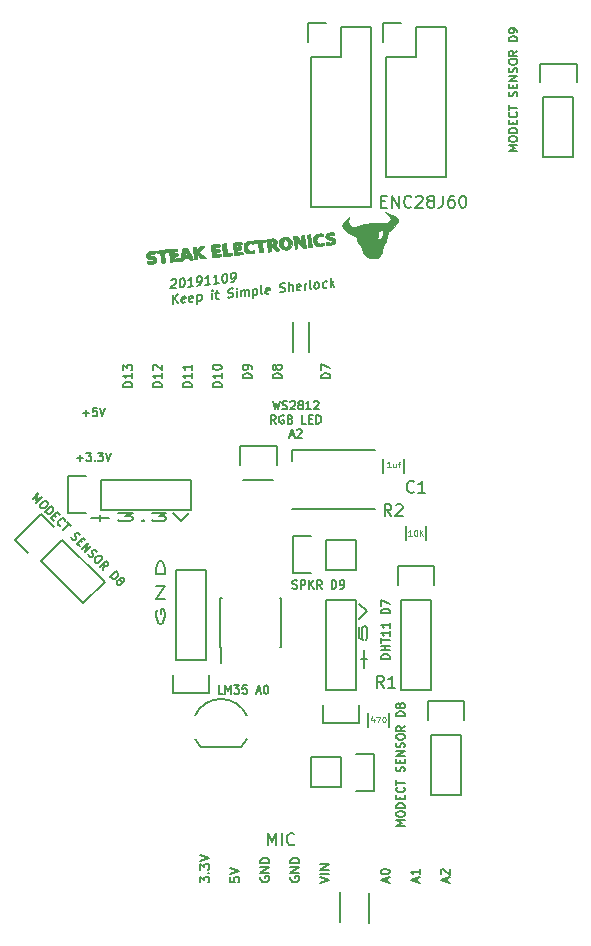
<source format=gto>
G04 #@! TF.GenerationSoftware,KiCad,Pcbnew,5.0.2+dfsg1-1~bpo9+1*
G04 #@! TF.CreationDate,2019-11-08T02:25:03-05:00*
G04 #@! TF.ProjectId,uno,756e6f2e-6b69-4636-9164-5f7063625858,v1.0*
G04 #@! TF.SameCoordinates,Original*
G04 #@! TF.FileFunction,Legend,Top*
G04 #@! TF.FilePolarity,Positive*
%FSLAX46Y46*%
G04 Gerber Fmt 4.6, Leading zero omitted, Abs format (unit mm)*
G04 Created by KiCad (PCBNEW 5.0.2+dfsg1-1~bpo9+1) date Fri 08 Nov 2019 02:25:03 AM EST*
%MOMM*%
%LPD*%
G01*
G04 APERTURE LIST*
%ADD10C,0.152400*%
%ADD11C,0.150000*%
%ADD12C,0.010000*%
%ADD13C,0.125000*%
G04 APERTURE END LIST*
D10*
X63205000Y-81563333D02*
X63305000Y-81596666D01*
X63471666Y-81596666D01*
X63538333Y-81563333D01*
X63571666Y-81530000D01*
X63605000Y-81463333D01*
X63605000Y-81396666D01*
X63571666Y-81330000D01*
X63538333Y-81296666D01*
X63471666Y-81263333D01*
X63338333Y-81230000D01*
X63271666Y-81196666D01*
X63238333Y-81163333D01*
X63205000Y-81096666D01*
X63205000Y-81030000D01*
X63238333Y-80963333D01*
X63271666Y-80930000D01*
X63338333Y-80896666D01*
X63505000Y-80896666D01*
X63605000Y-80930000D01*
X63905000Y-81596666D02*
X63905000Y-80896666D01*
X64171666Y-80896666D01*
X64238333Y-80930000D01*
X64271666Y-80963333D01*
X64305000Y-81030000D01*
X64305000Y-81130000D01*
X64271666Y-81196666D01*
X64238333Y-81230000D01*
X64171666Y-81263333D01*
X63905000Y-81263333D01*
X64605000Y-81596666D02*
X64605000Y-80896666D01*
X65005000Y-81596666D02*
X64705000Y-81196666D01*
X65005000Y-80896666D02*
X64605000Y-81296666D01*
X65705000Y-81596666D02*
X65471666Y-81263333D01*
X65305000Y-81596666D02*
X65305000Y-80896666D01*
X65571666Y-80896666D01*
X65638333Y-80930000D01*
X65671666Y-80963333D01*
X65705000Y-81030000D01*
X65705000Y-81130000D01*
X65671666Y-81196666D01*
X65638333Y-81230000D01*
X65571666Y-81263333D01*
X65305000Y-81263333D01*
X66538333Y-81596666D02*
X66538333Y-80896666D01*
X66705000Y-80896666D01*
X66805000Y-80930000D01*
X66871666Y-80996666D01*
X66905000Y-81063333D01*
X66938333Y-81196666D01*
X66938333Y-81296666D01*
X66905000Y-81430000D01*
X66871666Y-81496666D01*
X66805000Y-81563333D01*
X66705000Y-81596666D01*
X66538333Y-81596666D01*
X67271666Y-81596666D02*
X67405000Y-81596666D01*
X67471666Y-81563333D01*
X67505000Y-81530000D01*
X67571666Y-81430000D01*
X67605000Y-81296666D01*
X67605000Y-81030000D01*
X67571666Y-80963333D01*
X67538333Y-80930000D01*
X67471666Y-80896666D01*
X67338333Y-80896666D01*
X67271666Y-80930000D01*
X67238333Y-80963333D01*
X67205000Y-81030000D01*
X67205000Y-81196666D01*
X67238333Y-81263333D01*
X67271666Y-81296666D01*
X67338333Y-81330000D01*
X67471666Y-81330000D01*
X67538333Y-81296666D01*
X67571666Y-81263333D01*
X67605000Y-81196666D01*
X41207697Y-74040532D02*
X41702672Y-73545557D01*
X41514110Y-74064102D01*
X42032655Y-73875540D01*
X41537680Y-74370515D01*
X42362638Y-74205523D02*
X42456919Y-74299804D01*
X42480490Y-74370515D01*
X42480490Y-74464796D01*
X42409779Y-74582647D01*
X42244787Y-74747638D01*
X42126936Y-74818349D01*
X42032655Y-74818349D01*
X41961945Y-74794779D01*
X41867664Y-74700498D01*
X41844093Y-74629787D01*
X41844093Y-74535506D01*
X41914804Y-74417655D01*
X42079796Y-74252664D01*
X42197647Y-74181953D01*
X42291928Y-74181953D01*
X42362638Y-74205523D01*
X42291928Y-75124762D02*
X42786902Y-74629787D01*
X42904754Y-74747638D01*
X42951894Y-74841919D01*
X42951894Y-74936200D01*
X42928324Y-75006911D01*
X42857613Y-75124762D01*
X42786902Y-75195473D01*
X42669051Y-75266183D01*
X42598341Y-75289754D01*
X42504060Y-75289754D01*
X42409779Y-75242613D01*
X42291928Y-75124762D01*
X43046175Y-75360464D02*
X43211167Y-75525456D01*
X43022605Y-75855439D02*
X42786902Y-75619737D01*
X43281877Y-75124762D01*
X43517579Y-75360464D01*
X43564720Y-76303273D02*
X43517579Y-76303273D01*
X43423299Y-76256133D01*
X43376158Y-76208992D01*
X43329018Y-76114712D01*
X43329018Y-76020431D01*
X43352588Y-75949720D01*
X43423299Y-75831869D01*
X43494009Y-75761158D01*
X43611860Y-75690447D01*
X43682571Y-75666877D01*
X43776852Y-75666877D01*
X43871133Y-75714018D01*
X43918273Y-75761158D01*
X43965414Y-75855439D01*
X43965414Y-75902579D01*
X44153976Y-75996860D02*
X44436818Y-76279703D01*
X43800422Y-76633256D02*
X44295397Y-76138282D01*
X44483959Y-77269653D02*
X44531099Y-77363933D01*
X44648950Y-77481785D01*
X44719661Y-77505355D01*
X44766801Y-77505355D01*
X44837512Y-77481785D01*
X44884653Y-77434644D01*
X44908223Y-77363933D01*
X44908223Y-77316793D01*
X44884653Y-77246082D01*
X44813942Y-77128231D01*
X44790372Y-77057521D01*
X44790372Y-77010380D01*
X44813942Y-76939669D01*
X44861082Y-76892529D01*
X44931793Y-76868959D01*
X44978933Y-76868959D01*
X45049644Y-76892529D01*
X45167495Y-77010380D01*
X45214636Y-77104661D01*
X45214636Y-77528925D02*
X45379627Y-77693917D01*
X45191066Y-78023900D02*
X44955363Y-77788198D01*
X45450338Y-77293223D01*
X45686040Y-77528925D01*
X45403198Y-78236032D02*
X45898172Y-77741057D01*
X45686040Y-78518875D01*
X46181015Y-78023900D01*
X45921743Y-78707436D02*
X45968883Y-78801717D01*
X46086734Y-78919568D01*
X46157445Y-78943139D01*
X46204585Y-78943139D01*
X46275296Y-78919568D01*
X46322436Y-78872428D01*
X46346007Y-78801717D01*
X46346007Y-78754577D01*
X46322436Y-78683866D01*
X46251726Y-78566015D01*
X46228155Y-78495304D01*
X46228155Y-78448164D01*
X46251726Y-78377453D01*
X46298866Y-78330313D01*
X46369577Y-78306743D01*
X46416717Y-78306743D01*
X46487428Y-78330313D01*
X46605279Y-78448164D01*
X46652420Y-78542445D01*
X46982403Y-78825287D02*
X47076684Y-78919568D01*
X47100254Y-78990279D01*
X47100254Y-79084560D01*
X47029543Y-79202411D01*
X46864552Y-79367403D01*
X46746700Y-79438113D01*
X46652420Y-79438113D01*
X46581709Y-79414543D01*
X46487428Y-79320262D01*
X46463858Y-79249552D01*
X46463858Y-79155271D01*
X46534568Y-79037420D01*
X46699560Y-78872428D01*
X46817411Y-78801717D01*
X46911692Y-78801717D01*
X46982403Y-78825287D01*
X47194535Y-80027369D02*
X47265245Y-79626675D01*
X46911692Y-79744526D02*
X47406667Y-79249552D01*
X47595229Y-79438113D01*
X47618799Y-79508824D01*
X47618799Y-79555965D01*
X47595229Y-79626675D01*
X47524518Y-79697386D01*
X47453807Y-79720956D01*
X47406667Y-79720956D01*
X47335956Y-79697386D01*
X47147394Y-79508824D01*
X47783790Y-80616625D02*
X48278765Y-80121650D01*
X48396616Y-80239501D01*
X48443757Y-80333782D01*
X48443757Y-80428063D01*
X48420186Y-80498774D01*
X48349476Y-80616625D01*
X48278765Y-80687335D01*
X48160914Y-80758046D01*
X48090203Y-80781616D01*
X47995922Y-80781616D01*
X47901642Y-80734476D01*
X47783790Y-80616625D01*
X48632319Y-80899467D02*
X48608748Y-80828757D01*
X48608748Y-80781616D01*
X48632319Y-80710906D01*
X48655889Y-80687335D01*
X48726599Y-80663765D01*
X48773740Y-80663765D01*
X48844451Y-80687335D01*
X48938731Y-80781616D01*
X48962302Y-80852327D01*
X48962302Y-80899467D01*
X48938731Y-80970178D01*
X48915161Y-80993748D01*
X48844451Y-81017319D01*
X48797310Y-81017319D01*
X48726599Y-80993748D01*
X48632319Y-80899467D01*
X48561608Y-80875897D01*
X48514467Y-80875897D01*
X48443757Y-80899467D01*
X48349476Y-80993748D01*
X48325906Y-81064459D01*
X48325906Y-81111599D01*
X48349476Y-81182310D01*
X48443757Y-81276591D01*
X48514467Y-81300161D01*
X48561608Y-81300161D01*
X48632319Y-81276591D01*
X48726599Y-81182310D01*
X48750170Y-81111599D01*
X48750170Y-81064459D01*
X48726599Y-80993748D01*
X82231666Y-44536666D02*
X81531666Y-44536666D01*
X82031666Y-44303333D01*
X81531666Y-44070000D01*
X82231666Y-44070000D01*
X81531666Y-43603333D02*
X81531666Y-43470000D01*
X81565000Y-43403333D01*
X81631666Y-43336666D01*
X81765000Y-43303333D01*
X81998333Y-43303333D01*
X82131666Y-43336666D01*
X82198333Y-43403333D01*
X82231666Y-43470000D01*
X82231666Y-43603333D01*
X82198333Y-43670000D01*
X82131666Y-43736666D01*
X81998333Y-43770000D01*
X81765000Y-43770000D01*
X81631666Y-43736666D01*
X81565000Y-43670000D01*
X81531666Y-43603333D01*
X82231666Y-43003333D02*
X81531666Y-43003333D01*
X81531666Y-42836666D01*
X81565000Y-42736666D01*
X81631666Y-42670000D01*
X81698333Y-42636666D01*
X81831666Y-42603333D01*
X81931666Y-42603333D01*
X82065000Y-42636666D01*
X82131666Y-42670000D01*
X82198333Y-42736666D01*
X82231666Y-42836666D01*
X82231666Y-43003333D01*
X81865000Y-42303333D02*
X81865000Y-42070000D01*
X82231666Y-41970000D02*
X82231666Y-42303333D01*
X81531666Y-42303333D01*
X81531666Y-41970000D01*
X82165000Y-41270000D02*
X82198333Y-41303333D01*
X82231666Y-41403333D01*
X82231666Y-41470000D01*
X82198333Y-41570000D01*
X82131666Y-41636666D01*
X82065000Y-41670000D01*
X81931666Y-41703333D01*
X81831666Y-41703333D01*
X81698333Y-41670000D01*
X81631666Y-41636666D01*
X81565000Y-41570000D01*
X81531666Y-41470000D01*
X81531666Y-41403333D01*
X81565000Y-41303333D01*
X81598333Y-41270000D01*
X81531666Y-41070000D02*
X81531666Y-40670000D01*
X82231666Y-40870000D02*
X81531666Y-40870000D01*
X82198333Y-39936666D02*
X82231666Y-39836666D01*
X82231666Y-39670000D01*
X82198333Y-39603333D01*
X82165000Y-39570000D01*
X82098333Y-39536666D01*
X82031666Y-39536666D01*
X81965000Y-39570000D01*
X81931666Y-39603333D01*
X81898333Y-39670000D01*
X81865000Y-39803333D01*
X81831666Y-39870000D01*
X81798333Y-39903333D01*
X81731666Y-39936666D01*
X81665000Y-39936666D01*
X81598333Y-39903333D01*
X81565000Y-39870000D01*
X81531666Y-39803333D01*
X81531666Y-39636666D01*
X81565000Y-39536666D01*
X81865000Y-39236666D02*
X81865000Y-39003333D01*
X82231666Y-38903333D02*
X82231666Y-39236666D01*
X81531666Y-39236666D01*
X81531666Y-38903333D01*
X82231666Y-38603333D02*
X81531666Y-38603333D01*
X82231666Y-38203333D01*
X81531666Y-38203333D01*
X82198333Y-37903333D02*
X82231666Y-37803333D01*
X82231666Y-37636666D01*
X82198333Y-37570000D01*
X82165000Y-37536666D01*
X82098333Y-37503333D01*
X82031666Y-37503333D01*
X81965000Y-37536666D01*
X81931666Y-37570000D01*
X81898333Y-37636666D01*
X81865000Y-37770000D01*
X81831666Y-37836666D01*
X81798333Y-37870000D01*
X81731666Y-37903333D01*
X81665000Y-37903333D01*
X81598333Y-37870000D01*
X81565000Y-37836666D01*
X81531666Y-37770000D01*
X81531666Y-37603333D01*
X81565000Y-37503333D01*
X81531666Y-37070000D02*
X81531666Y-36936666D01*
X81565000Y-36870000D01*
X81631666Y-36803333D01*
X81765000Y-36770000D01*
X81998333Y-36770000D01*
X82131666Y-36803333D01*
X82198333Y-36870000D01*
X82231666Y-36936666D01*
X82231666Y-37070000D01*
X82198333Y-37136666D01*
X82131666Y-37203333D01*
X81998333Y-37236666D01*
X81765000Y-37236666D01*
X81631666Y-37203333D01*
X81565000Y-37136666D01*
X81531666Y-37070000D01*
X82231666Y-36070000D02*
X81898333Y-36303333D01*
X82231666Y-36470000D02*
X81531666Y-36470000D01*
X81531666Y-36203333D01*
X81565000Y-36136666D01*
X81598333Y-36103333D01*
X81665000Y-36070000D01*
X81765000Y-36070000D01*
X81831666Y-36103333D01*
X81865000Y-36136666D01*
X81898333Y-36203333D01*
X81898333Y-36470000D01*
X82231666Y-35236666D02*
X81531666Y-35236666D01*
X81531666Y-35070000D01*
X81565000Y-34970000D01*
X81631666Y-34903333D01*
X81698333Y-34870000D01*
X81831666Y-34836666D01*
X81931666Y-34836666D01*
X82065000Y-34870000D01*
X82131666Y-34903333D01*
X82198333Y-34970000D01*
X82231666Y-35070000D01*
X82231666Y-35236666D01*
X82231666Y-34503333D02*
X82231666Y-34370000D01*
X82198333Y-34303333D01*
X82165000Y-34270000D01*
X82065000Y-34203333D01*
X81931666Y-34170000D01*
X81665000Y-34170000D01*
X81598333Y-34203333D01*
X81565000Y-34236666D01*
X81531666Y-34303333D01*
X81531666Y-34436666D01*
X81565000Y-34503333D01*
X81598333Y-34536666D01*
X81665000Y-34570000D01*
X81831666Y-34570000D01*
X81898333Y-34536666D01*
X81931666Y-34503333D01*
X81965000Y-34436666D01*
X81965000Y-34303333D01*
X81931666Y-34236666D01*
X81898333Y-34203333D01*
X81831666Y-34170000D01*
X72706666Y-101686666D02*
X72006666Y-101686666D01*
X72506666Y-101453333D01*
X72006666Y-101220000D01*
X72706666Y-101220000D01*
X72006666Y-100753333D02*
X72006666Y-100620000D01*
X72040000Y-100553333D01*
X72106666Y-100486666D01*
X72240000Y-100453333D01*
X72473333Y-100453333D01*
X72606666Y-100486666D01*
X72673333Y-100553333D01*
X72706666Y-100620000D01*
X72706666Y-100753333D01*
X72673333Y-100820000D01*
X72606666Y-100886666D01*
X72473333Y-100920000D01*
X72240000Y-100920000D01*
X72106666Y-100886666D01*
X72040000Y-100820000D01*
X72006666Y-100753333D01*
X72706666Y-100153333D02*
X72006666Y-100153333D01*
X72006666Y-99986666D01*
X72040000Y-99886666D01*
X72106666Y-99820000D01*
X72173333Y-99786666D01*
X72306666Y-99753333D01*
X72406666Y-99753333D01*
X72540000Y-99786666D01*
X72606666Y-99820000D01*
X72673333Y-99886666D01*
X72706666Y-99986666D01*
X72706666Y-100153333D01*
X72340000Y-99453333D02*
X72340000Y-99220000D01*
X72706666Y-99120000D02*
X72706666Y-99453333D01*
X72006666Y-99453333D01*
X72006666Y-99120000D01*
X72640000Y-98420000D02*
X72673333Y-98453333D01*
X72706666Y-98553333D01*
X72706666Y-98620000D01*
X72673333Y-98720000D01*
X72606666Y-98786666D01*
X72540000Y-98820000D01*
X72406666Y-98853333D01*
X72306666Y-98853333D01*
X72173333Y-98820000D01*
X72106666Y-98786666D01*
X72040000Y-98720000D01*
X72006666Y-98620000D01*
X72006666Y-98553333D01*
X72040000Y-98453333D01*
X72073333Y-98420000D01*
X72006666Y-98220000D02*
X72006666Y-97820000D01*
X72706666Y-98020000D02*
X72006666Y-98020000D01*
X72673333Y-97086666D02*
X72706666Y-96986666D01*
X72706666Y-96820000D01*
X72673333Y-96753333D01*
X72640000Y-96720000D01*
X72573333Y-96686666D01*
X72506666Y-96686666D01*
X72440000Y-96720000D01*
X72406666Y-96753333D01*
X72373333Y-96820000D01*
X72340000Y-96953333D01*
X72306666Y-97020000D01*
X72273333Y-97053333D01*
X72206666Y-97086666D01*
X72140000Y-97086666D01*
X72073333Y-97053333D01*
X72040000Y-97020000D01*
X72006666Y-96953333D01*
X72006666Y-96786666D01*
X72040000Y-96686666D01*
X72340000Y-96386666D02*
X72340000Y-96153333D01*
X72706666Y-96053333D02*
X72706666Y-96386666D01*
X72006666Y-96386666D01*
X72006666Y-96053333D01*
X72706666Y-95753333D02*
X72006666Y-95753333D01*
X72706666Y-95353333D01*
X72006666Y-95353333D01*
X72673333Y-95053333D02*
X72706666Y-94953333D01*
X72706666Y-94786666D01*
X72673333Y-94720000D01*
X72640000Y-94686666D01*
X72573333Y-94653333D01*
X72506666Y-94653333D01*
X72440000Y-94686666D01*
X72406666Y-94720000D01*
X72373333Y-94786666D01*
X72340000Y-94920000D01*
X72306666Y-94986666D01*
X72273333Y-95020000D01*
X72206666Y-95053333D01*
X72140000Y-95053333D01*
X72073333Y-95020000D01*
X72040000Y-94986666D01*
X72006666Y-94920000D01*
X72006666Y-94753333D01*
X72040000Y-94653333D01*
X72006666Y-94220000D02*
X72006666Y-94086666D01*
X72040000Y-94020000D01*
X72106666Y-93953333D01*
X72240000Y-93920000D01*
X72473333Y-93920000D01*
X72606666Y-93953333D01*
X72673333Y-94020000D01*
X72706666Y-94086666D01*
X72706666Y-94220000D01*
X72673333Y-94286666D01*
X72606666Y-94353333D01*
X72473333Y-94386666D01*
X72240000Y-94386666D01*
X72106666Y-94353333D01*
X72040000Y-94286666D01*
X72006666Y-94220000D01*
X72706666Y-93220000D02*
X72373333Y-93453333D01*
X72706666Y-93620000D02*
X72006666Y-93620000D01*
X72006666Y-93353333D01*
X72040000Y-93286666D01*
X72073333Y-93253333D01*
X72140000Y-93220000D01*
X72240000Y-93220000D01*
X72306666Y-93253333D01*
X72340000Y-93286666D01*
X72373333Y-93353333D01*
X72373333Y-93620000D01*
X72706666Y-92386666D02*
X72006666Y-92386666D01*
X72006666Y-92220000D01*
X72040000Y-92120000D01*
X72106666Y-92053333D01*
X72173333Y-92020000D01*
X72306666Y-91986666D01*
X72406666Y-91986666D01*
X72540000Y-92020000D01*
X72606666Y-92053333D01*
X72673333Y-92120000D01*
X72706666Y-92220000D01*
X72706666Y-92386666D01*
X72306666Y-91586666D02*
X72273333Y-91653333D01*
X72240000Y-91686666D01*
X72173333Y-91720000D01*
X72140000Y-91720000D01*
X72073333Y-91686666D01*
X72040000Y-91653333D01*
X72006666Y-91586666D01*
X72006666Y-91453333D01*
X72040000Y-91386666D01*
X72073333Y-91353333D01*
X72140000Y-91320000D01*
X72173333Y-91320000D01*
X72240000Y-91353333D01*
X72273333Y-91386666D01*
X72306666Y-91453333D01*
X72306666Y-91586666D01*
X72340000Y-91653333D01*
X72373333Y-91686666D01*
X72440000Y-91720000D01*
X72573333Y-91720000D01*
X72640000Y-91686666D01*
X72673333Y-91653333D01*
X72706666Y-91586666D01*
X72706666Y-91453333D01*
X72673333Y-91386666D01*
X72640000Y-91353333D01*
X72573333Y-91320000D01*
X72440000Y-91320000D01*
X72373333Y-91353333D01*
X72340000Y-91386666D01*
X72306666Y-91453333D01*
X46165000Y-75615000D02*
X47688809Y-75615000D01*
X46926904Y-75881666D02*
X46926904Y-75348333D01*
X48450714Y-75181666D02*
X49688809Y-75181666D01*
X49022142Y-75448333D01*
X49307857Y-75448333D01*
X49498333Y-75481666D01*
X49593571Y-75515000D01*
X49688809Y-75581666D01*
X49688809Y-75748333D01*
X49593571Y-75815000D01*
X49498333Y-75848333D01*
X49307857Y-75881666D01*
X48736428Y-75881666D01*
X48545952Y-75848333D01*
X48450714Y-75815000D01*
X50545952Y-75815000D02*
X50641190Y-75848333D01*
X50545952Y-75881666D01*
X50450714Y-75848333D01*
X50545952Y-75815000D01*
X50545952Y-75881666D01*
X51307857Y-75181666D02*
X52545952Y-75181666D01*
X51879285Y-75448333D01*
X52165000Y-75448333D01*
X52355476Y-75481666D01*
X52450714Y-75515000D01*
X52545952Y-75581666D01*
X52545952Y-75748333D01*
X52450714Y-75815000D01*
X52355476Y-75848333D01*
X52165000Y-75881666D01*
X51593571Y-75881666D01*
X51403095Y-75848333D01*
X51307857Y-75815000D01*
X53117380Y-75181666D02*
X53784047Y-75881666D01*
X54450714Y-75181666D01*
X71436666Y-87523333D02*
X70736666Y-87523333D01*
X70736666Y-87356666D01*
X70770000Y-87256666D01*
X70836666Y-87190000D01*
X70903333Y-87156666D01*
X71036666Y-87123333D01*
X71136666Y-87123333D01*
X71270000Y-87156666D01*
X71336666Y-87190000D01*
X71403333Y-87256666D01*
X71436666Y-87356666D01*
X71436666Y-87523333D01*
X71436666Y-86823333D02*
X70736666Y-86823333D01*
X71070000Y-86823333D02*
X71070000Y-86423333D01*
X71436666Y-86423333D02*
X70736666Y-86423333D01*
X70736666Y-86190000D02*
X70736666Y-85790000D01*
X71436666Y-85990000D02*
X70736666Y-85990000D01*
X71436666Y-85190000D02*
X71436666Y-85590000D01*
X71436666Y-85390000D02*
X70736666Y-85390000D01*
X70836666Y-85456666D01*
X70903333Y-85523333D01*
X70936666Y-85590000D01*
X71436666Y-84523333D02*
X71436666Y-84923333D01*
X71436666Y-84723333D02*
X70736666Y-84723333D01*
X70836666Y-84790000D01*
X70903333Y-84856666D01*
X70936666Y-84923333D01*
X71436666Y-83690000D02*
X70736666Y-83690000D01*
X70736666Y-83523333D01*
X70770000Y-83423333D01*
X70836666Y-83356666D01*
X70903333Y-83323333D01*
X71036666Y-83290000D01*
X71136666Y-83290000D01*
X71270000Y-83323333D01*
X71336666Y-83356666D01*
X71403333Y-83423333D01*
X71436666Y-83523333D01*
X71436666Y-83690000D01*
X70736666Y-83056666D02*
X70736666Y-82590000D01*
X71436666Y-82890000D01*
X69265000Y-88296428D02*
X69265000Y-86772619D01*
X69531666Y-87534523D02*
X68998333Y-87534523D01*
X68831666Y-84867857D02*
X68831666Y-85820238D01*
X69165000Y-85915476D01*
X69131666Y-85820238D01*
X69098333Y-85629761D01*
X69098333Y-85153571D01*
X69131666Y-84963095D01*
X69165000Y-84867857D01*
X69231666Y-84772619D01*
X69398333Y-84772619D01*
X69465000Y-84867857D01*
X69498333Y-84963095D01*
X69531666Y-85153571D01*
X69531666Y-85629761D01*
X69498333Y-85820238D01*
X69465000Y-85915476D01*
X68831666Y-84201190D02*
X69531666Y-83534523D01*
X68831666Y-82867857D01*
X70714809Y-48822428D02*
X71053476Y-48822428D01*
X71198619Y-49354619D02*
X70714809Y-49354619D01*
X70714809Y-48338619D01*
X71198619Y-48338619D01*
X71634047Y-49354619D02*
X71634047Y-48338619D01*
X72214619Y-49354619D01*
X72214619Y-48338619D01*
X73279000Y-49257857D02*
X73230619Y-49306238D01*
X73085476Y-49354619D01*
X72988714Y-49354619D01*
X72843571Y-49306238D01*
X72746809Y-49209476D01*
X72698428Y-49112714D01*
X72650047Y-48919190D01*
X72650047Y-48774047D01*
X72698428Y-48580523D01*
X72746809Y-48483761D01*
X72843571Y-48387000D01*
X72988714Y-48338619D01*
X73085476Y-48338619D01*
X73230619Y-48387000D01*
X73279000Y-48435380D01*
X73666047Y-48435380D02*
X73714428Y-48387000D01*
X73811190Y-48338619D01*
X74053095Y-48338619D01*
X74149857Y-48387000D01*
X74198238Y-48435380D01*
X74246619Y-48532142D01*
X74246619Y-48628904D01*
X74198238Y-48774047D01*
X73617666Y-49354619D01*
X74246619Y-49354619D01*
X74827190Y-48774047D02*
X74730428Y-48725666D01*
X74682047Y-48677285D01*
X74633666Y-48580523D01*
X74633666Y-48532142D01*
X74682047Y-48435380D01*
X74730428Y-48387000D01*
X74827190Y-48338619D01*
X75020714Y-48338619D01*
X75117476Y-48387000D01*
X75165857Y-48435380D01*
X75214238Y-48532142D01*
X75214238Y-48580523D01*
X75165857Y-48677285D01*
X75117476Y-48725666D01*
X75020714Y-48774047D01*
X74827190Y-48774047D01*
X74730428Y-48822428D01*
X74682047Y-48870809D01*
X74633666Y-48967571D01*
X74633666Y-49161095D01*
X74682047Y-49257857D01*
X74730428Y-49306238D01*
X74827190Y-49354619D01*
X75020714Y-49354619D01*
X75117476Y-49306238D01*
X75165857Y-49257857D01*
X75214238Y-49161095D01*
X75214238Y-48967571D01*
X75165857Y-48870809D01*
X75117476Y-48822428D01*
X75020714Y-48774047D01*
X75939952Y-48338619D02*
X75939952Y-49064333D01*
X75891571Y-49209476D01*
X75794809Y-49306238D01*
X75649666Y-49354619D01*
X75552904Y-49354619D01*
X76859190Y-48338619D02*
X76665666Y-48338619D01*
X76568904Y-48387000D01*
X76520523Y-48435380D01*
X76423761Y-48580523D01*
X76375380Y-48774047D01*
X76375380Y-49161095D01*
X76423761Y-49257857D01*
X76472142Y-49306238D01*
X76568904Y-49354619D01*
X76762428Y-49354619D01*
X76859190Y-49306238D01*
X76907571Y-49257857D01*
X76955952Y-49161095D01*
X76955952Y-48919190D01*
X76907571Y-48822428D01*
X76859190Y-48774047D01*
X76762428Y-48725666D01*
X76568904Y-48725666D01*
X76472142Y-48774047D01*
X76423761Y-48822428D01*
X76375380Y-48919190D01*
X77584904Y-48338619D02*
X77681666Y-48338619D01*
X77778428Y-48387000D01*
X77826809Y-48435380D01*
X77875190Y-48532142D01*
X77923571Y-48725666D01*
X77923571Y-48967571D01*
X77875190Y-49161095D01*
X77826809Y-49257857D01*
X77778428Y-49306238D01*
X77681666Y-49354619D01*
X77584904Y-49354619D01*
X77488142Y-49306238D01*
X77439761Y-49257857D01*
X77391380Y-49161095D01*
X77343000Y-48967571D01*
X77343000Y-48725666D01*
X77391380Y-48532142D01*
X77439761Y-48435380D01*
X77488142Y-48387000D01*
X77584904Y-48338619D01*
X61141428Y-103329619D02*
X61141428Y-102313619D01*
X61480095Y-103039333D01*
X61818761Y-102313619D01*
X61818761Y-103329619D01*
X62302571Y-103329619D02*
X62302571Y-102313619D01*
X63366952Y-103232857D02*
X63318571Y-103281238D01*
X63173428Y-103329619D01*
X63076666Y-103329619D01*
X62931523Y-103281238D01*
X62834761Y-103184476D01*
X62786380Y-103087714D01*
X62738000Y-102894190D01*
X62738000Y-102749047D01*
X62786380Y-102555523D01*
X62834761Y-102458761D01*
X62931523Y-102362000D01*
X63076666Y-102313619D01*
X63173428Y-102313619D01*
X63318571Y-102362000D01*
X63366952Y-102410380D01*
X52934346Y-55493013D02*
X52971151Y-55452659D01*
X53044043Y-55408512D01*
X53224478Y-55389548D01*
X53295934Y-55418523D01*
X53331303Y-55451291D01*
X53365954Y-55520621D01*
X53364518Y-55593743D01*
X53326277Y-55707219D01*
X52884618Y-56191466D01*
X53353748Y-56142158D01*
X53837956Y-55325069D02*
X53910130Y-55317483D01*
X53981586Y-55346458D01*
X54016955Y-55379227D01*
X54051606Y-55448556D01*
X54084821Y-55591007D01*
X54081231Y-55773812D01*
X54042272Y-55923849D01*
X54004749Y-56000764D01*
X53967944Y-56041118D01*
X53895052Y-56085265D01*
X53822878Y-56092851D01*
X53751422Y-56063876D01*
X53716053Y-56031107D01*
X53681403Y-55961778D01*
X53648187Y-55819327D01*
X53651777Y-55636522D01*
X53690736Y-55486485D01*
X53728259Y-55409570D01*
X53765064Y-55369216D01*
X53837956Y-55325069D01*
X54797226Y-55990443D02*
X54364182Y-56035958D01*
X54580704Y-56013200D02*
X54595782Y-55245418D01*
X54521454Y-55362687D01*
X54447844Y-55443395D01*
X54374952Y-55487542D01*
X55158095Y-55952514D02*
X55302443Y-55937342D01*
X55375335Y-55893196D01*
X55412140Y-55852842D01*
X55486467Y-55735573D01*
X55525426Y-55585536D01*
X55531170Y-55293047D01*
X55496519Y-55223718D01*
X55461150Y-55190950D01*
X55389694Y-55161975D01*
X55245346Y-55177146D01*
X55172455Y-55221293D01*
X55135650Y-55261647D01*
X55098127Y-55338562D01*
X55094537Y-55521367D01*
X55129188Y-55590696D01*
X55164557Y-55623465D01*
X55236013Y-55652440D01*
X55380360Y-55637268D01*
X55453252Y-55593121D01*
X55490057Y-55552767D01*
X55527580Y-55475852D01*
X56240703Y-55838727D02*
X55807660Y-55884242D01*
X56024182Y-55861485D02*
X56039259Y-55093703D01*
X55964931Y-55210972D01*
X55891321Y-55291679D01*
X55818430Y-55335826D01*
X56962442Y-55762869D02*
X56529399Y-55808384D01*
X56745920Y-55785627D02*
X56760998Y-55017845D01*
X56686670Y-55135114D01*
X56613060Y-55215822D01*
X56540168Y-55259968D01*
X57446650Y-54945780D02*
X57518823Y-54938194D01*
X57590279Y-54967169D01*
X57625648Y-54999938D01*
X57660299Y-55069267D01*
X57693514Y-55211718D01*
X57689924Y-55394523D01*
X57650966Y-55544560D01*
X57613443Y-55621475D01*
X57576638Y-55661829D01*
X57503746Y-55705976D01*
X57431572Y-55713562D01*
X57360116Y-55684587D01*
X57324747Y-55651818D01*
X57290096Y-55582489D01*
X57256881Y-55440038D01*
X57260471Y-55257233D01*
X57299430Y-55107196D01*
X57336953Y-55030281D01*
X57373758Y-54989927D01*
X57446650Y-54945780D01*
X58045050Y-55649083D02*
X58189398Y-55633911D01*
X58262290Y-55589764D01*
X58299095Y-55549410D01*
X58373422Y-55432142D01*
X58412381Y-55282104D01*
X58418125Y-54989616D01*
X58383474Y-54920287D01*
X58348105Y-54887519D01*
X58276649Y-54858543D01*
X58132301Y-54873715D01*
X58059410Y-54917862D01*
X58022605Y-54958216D01*
X57985082Y-55035131D01*
X57981492Y-55217936D01*
X58016143Y-55287265D01*
X58051512Y-55320033D01*
X58122968Y-55349009D01*
X58267315Y-55333837D01*
X58340207Y-55289690D01*
X58377012Y-55249336D01*
X58414535Y-55172421D01*
X53092198Y-57472184D02*
X53107275Y-56704402D01*
X53525241Y-57426670D02*
X53209074Y-57022073D01*
X53540319Y-56658888D02*
X53098660Y-57143135D01*
X54139437Y-57325629D02*
X54066545Y-57369776D01*
X53922197Y-57384948D01*
X53850742Y-57355973D01*
X53816091Y-57286643D01*
X53821834Y-56994155D01*
X53859357Y-56917240D01*
X53932249Y-56873093D01*
X54076597Y-56857922D01*
X54148053Y-56886897D01*
X54182704Y-56956226D01*
X54181268Y-57029348D01*
X53818962Y-57140399D01*
X54789002Y-57257357D02*
X54716110Y-57301504D01*
X54571762Y-57316676D01*
X54500306Y-57287700D01*
X54465655Y-57218371D01*
X54471399Y-56925883D01*
X54508922Y-56848968D01*
X54581814Y-56804821D01*
X54726162Y-56789650D01*
X54797618Y-56818625D01*
X54832269Y-56887954D01*
X54830833Y-56961076D01*
X54468527Y-57072127D01*
X55159205Y-56744135D02*
X55144127Y-57511917D01*
X55158487Y-56780696D02*
X55231379Y-56736549D01*
X55375727Y-56721378D01*
X55447182Y-56750353D01*
X55482551Y-56783121D01*
X55517202Y-56852450D01*
X55512895Y-57071816D01*
X55475372Y-57148731D01*
X55438567Y-57189085D01*
X55365675Y-57233232D01*
X55221327Y-57248404D01*
X55149871Y-57219428D01*
X56412196Y-57123238D02*
X56422248Y-56611384D01*
X56427274Y-56355456D02*
X56390469Y-56395810D01*
X56425838Y-56428578D01*
X56462643Y-56388225D01*
X56427274Y-56355456D01*
X56425838Y-56428578D01*
X56674856Y-56584833D02*
X56963552Y-56554490D01*
X56788143Y-56317527D02*
X56775219Y-56975626D01*
X56809870Y-57044956D01*
X56881326Y-57073931D01*
X56953500Y-57066345D01*
X57748131Y-56946340D02*
X57855674Y-56971523D01*
X58036108Y-56952558D01*
X58109000Y-56908412D01*
X58145805Y-56868058D01*
X58183328Y-56791143D01*
X58184764Y-56718020D01*
X58150113Y-56648691D01*
X58114744Y-56615923D01*
X58043288Y-56586948D01*
X57899658Y-56565558D01*
X57828202Y-56536583D01*
X57792833Y-56503815D01*
X57758182Y-56434486D01*
X57759618Y-56361364D01*
X57797141Y-56284449D01*
X57833946Y-56244095D01*
X57906838Y-56199948D01*
X58087273Y-56180983D01*
X58194816Y-56206166D01*
X58505238Y-56903251D02*
X58515290Y-56391396D01*
X58520316Y-56135469D02*
X58483511Y-56175823D01*
X58518880Y-56208591D01*
X58555685Y-56168237D01*
X58520316Y-56135469D01*
X58518880Y-56208591D01*
X58866108Y-56865322D02*
X58876160Y-56353467D01*
X58874724Y-56426589D02*
X58911528Y-56386235D01*
X58984420Y-56342089D01*
X59092681Y-56330710D01*
X59164137Y-56359685D01*
X59198788Y-56429014D01*
X59190890Y-56831186D01*
X59198788Y-56429014D02*
X59236311Y-56352099D01*
X59309203Y-56307953D01*
X59417464Y-56296574D01*
X59488919Y-56325549D01*
X59523570Y-56394878D01*
X59515673Y-56797050D01*
X59886594Y-56247266D02*
X59871516Y-57015048D01*
X59885876Y-56283827D02*
X59958768Y-56239680D01*
X60103115Y-56224509D01*
X60174571Y-56253484D01*
X60209940Y-56286252D01*
X60244591Y-56355582D01*
X60240283Y-56574948D01*
X60202760Y-56651863D01*
X60165956Y-56692217D01*
X60093064Y-56736364D01*
X59948716Y-56751535D01*
X59877260Y-56722560D01*
X60670455Y-56675677D02*
X60598999Y-56646702D01*
X60564348Y-56577373D01*
X60577271Y-55919274D01*
X61248564Y-56578430D02*
X61175672Y-56622577D01*
X61031324Y-56637748D01*
X60959868Y-56608773D01*
X60925217Y-56539444D01*
X60930961Y-56246956D01*
X60968484Y-56170041D01*
X61041376Y-56125894D01*
X61185723Y-56110722D01*
X61257179Y-56139697D01*
X61291830Y-56209027D01*
X61290394Y-56282149D01*
X60928089Y-56393200D01*
X62150737Y-56483608D02*
X62258280Y-56508790D01*
X62438715Y-56489826D01*
X62511606Y-56445679D01*
X62548411Y-56405325D01*
X62585934Y-56328410D01*
X62587370Y-56255288D01*
X62552719Y-56185959D01*
X62517350Y-56153191D01*
X62445894Y-56124215D01*
X62302265Y-56102826D01*
X62230809Y-56073851D01*
X62195440Y-56041082D01*
X62160789Y-55971753D01*
X62162225Y-55898631D01*
X62199748Y-55821716D01*
X62236553Y-55781362D01*
X62309444Y-55737215D01*
X62489879Y-55718251D01*
X62597422Y-55743433D01*
X62907845Y-56440518D02*
X62922922Y-55672736D01*
X63232627Y-56406382D02*
X63240525Y-56004211D01*
X63205874Y-55934881D01*
X63134418Y-55905906D01*
X63026157Y-55917285D01*
X62953265Y-55961432D01*
X62916461Y-56001786D01*
X63882910Y-56301549D02*
X63810018Y-56345696D01*
X63665670Y-56360867D01*
X63594215Y-56331892D01*
X63559564Y-56262563D01*
X63565307Y-55970075D01*
X63602830Y-55893160D01*
X63675722Y-55849013D01*
X63820070Y-55833841D01*
X63891526Y-55862817D01*
X63926177Y-55932146D01*
X63924741Y-56005268D01*
X63562436Y-56116319D01*
X64243061Y-56300181D02*
X64253113Y-55788327D01*
X64250241Y-55934571D02*
X64287764Y-55857656D01*
X64324569Y-55817302D01*
X64397461Y-55773155D01*
X64469635Y-55765569D01*
X64820452Y-56239495D02*
X64748997Y-56210520D01*
X64714346Y-56141191D01*
X64727269Y-55483092D01*
X65217409Y-56197773D02*
X65145953Y-56168798D01*
X65110584Y-56136030D01*
X65075933Y-56066701D01*
X65080241Y-55847334D01*
X65117764Y-55770419D01*
X65154569Y-55730065D01*
X65227460Y-55685919D01*
X65335721Y-55674540D01*
X65407177Y-55703515D01*
X65442546Y-55736283D01*
X65477197Y-55805613D01*
X65472889Y-56024979D01*
X65435366Y-56101894D01*
X65398561Y-56142248D01*
X65325670Y-56186395D01*
X65217409Y-56197773D01*
X66120300Y-56066390D02*
X66047408Y-56110537D01*
X65903061Y-56125708D01*
X65831605Y-56096733D01*
X65796236Y-56063965D01*
X65761585Y-55994636D01*
X65765893Y-55775269D01*
X65803416Y-55698354D01*
X65840220Y-55658000D01*
X65913112Y-55613854D01*
X66057460Y-55598682D01*
X66128916Y-55627657D01*
X66444365Y-56068815D02*
X66459442Y-55301033D01*
X66522282Y-55768741D02*
X66733060Y-56038472D01*
X66743112Y-55526617D02*
X66448673Y-55849449D01*
X44955000Y-70535000D02*
X45488333Y-70535000D01*
X45221666Y-70801666D02*
X45221666Y-70268333D01*
X45755000Y-70101666D02*
X46188333Y-70101666D01*
X45955000Y-70368333D01*
X46055000Y-70368333D01*
X46121666Y-70401666D01*
X46155000Y-70435000D01*
X46188333Y-70501666D01*
X46188333Y-70668333D01*
X46155000Y-70735000D01*
X46121666Y-70768333D01*
X46055000Y-70801666D01*
X45855000Y-70801666D01*
X45788333Y-70768333D01*
X45755000Y-70735000D01*
X46488333Y-70735000D02*
X46521666Y-70768333D01*
X46488333Y-70801666D01*
X46455000Y-70768333D01*
X46488333Y-70735000D01*
X46488333Y-70801666D01*
X46755000Y-70101666D02*
X47188333Y-70101666D01*
X46955000Y-70368333D01*
X47055000Y-70368333D01*
X47121666Y-70401666D01*
X47155000Y-70435000D01*
X47188333Y-70501666D01*
X47188333Y-70668333D01*
X47155000Y-70735000D01*
X47121666Y-70768333D01*
X47055000Y-70801666D01*
X46855000Y-70801666D01*
X46788333Y-70768333D01*
X46755000Y-70735000D01*
X47388333Y-70101666D02*
X47621666Y-70801666D01*
X47855000Y-70101666D01*
X45455000Y-66725000D02*
X45988333Y-66725000D01*
X45721666Y-66991666D02*
X45721666Y-66458333D01*
X46655000Y-66291666D02*
X46321666Y-66291666D01*
X46288333Y-66625000D01*
X46321666Y-66591666D01*
X46388333Y-66558333D01*
X46555000Y-66558333D01*
X46621666Y-66591666D01*
X46655000Y-66625000D01*
X46688333Y-66691666D01*
X46688333Y-66858333D01*
X46655000Y-66925000D01*
X46621666Y-66958333D01*
X46555000Y-66991666D01*
X46388333Y-66991666D01*
X46321666Y-66958333D01*
X46288333Y-66925000D01*
X46888333Y-66291666D02*
X47121666Y-66991666D01*
X47355000Y-66291666D01*
X61533333Y-65724266D02*
X61700000Y-66424266D01*
X61833333Y-65924266D01*
X61966666Y-66424266D01*
X62133333Y-65724266D01*
X62366666Y-66390933D02*
X62466666Y-66424266D01*
X62633333Y-66424266D01*
X62700000Y-66390933D01*
X62733333Y-66357600D01*
X62766666Y-66290933D01*
X62766666Y-66224266D01*
X62733333Y-66157600D01*
X62700000Y-66124266D01*
X62633333Y-66090933D01*
X62500000Y-66057600D01*
X62433333Y-66024266D01*
X62400000Y-65990933D01*
X62366666Y-65924266D01*
X62366666Y-65857600D01*
X62400000Y-65790933D01*
X62433333Y-65757600D01*
X62500000Y-65724266D01*
X62666666Y-65724266D01*
X62766666Y-65757600D01*
X63033333Y-65790933D02*
X63066666Y-65757600D01*
X63133333Y-65724266D01*
X63300000Y-65724266D01*
X63366666Y-65757600D01*
X63400000Y-65790933D01*
X63433333Y-65857600D01*
X63433333Y-65924266D01*
X63400000Y-66024266D01*
X63000000Y-66424266D01*
X63433333Y-66424266D01*
X63833333Y-66024266D02*
X63766666Y-65990933D01*
X63733333Y-65957600D01*
X63700000Y-65890933D01*
X63700000Y-65857600D01*
X63733333Y-65790933D01*
X63766666Y-65757600D01*
X63833333Y-65724266D01*
X63966666Y-65724266D01*
X64033333Y-65757600D01*
X64066666Y-65790933D01*
X64100000Y-65857600D01*
X64100000Y-65890933D01*
X64066666Y-65957600D01*
X64033333Y-65990933D01*
X63966666Y-66024266D01*
X63833333Y-66024266D01*
X63766666Y-66057600D01*
X63733333Y-66090933D01*
X63700000Y-66157600D01*
X63700000Y-66290933D01*
X63733333Y-66357600D01*
X63766666Y-66390933D01*
X63833333Y-66424266D01*
X63966666Y-66424266D01*
X64033333Y-66390933D01*
X64066666Y-66357600D01*
X64100000Y-66290933D01*
X64100000Y-66157600D01*
X64066666Y-66090933D01*
X64033333Y-66057600D01*
X63966666Y-66024266D01*
X64766666Y-66424266D02*
X64366666Y-66424266D01*
X64566666Y-66424266D02*
X64566666Y-65724266D01*
X64500000Y-65824266D01*
X64433333Y-65890933D01*
X64366666Y-65924266D01*
X65033333Y-65790933D02*
X65066666Y-65757600D01*
X65133333Y-65724266D01*
X65300000Y-65724266D01*
X65366666Y-65757600D01*
X65400000Y-65790933D01*
X65433333Y-65857600D01*
X65433333Y-65924266D01*
X65400000Y-66024266D01*
X65000000Y-66424266D01*
X65433333Y-66424266D01*
X61800000Y-67626666D02*
X61566666Y-67293333D01*
X61400000Y-67626666D02*
X61400000Y-66926666D01*
X61666666Y-66926666D01*
X61733333Y-66960000D01*
X61766666Y-66993333D01*
X61800000Y-67060000D01*
X61800000Y-67160000D01*
X61766666Y-67226666D01*
X61733333Y-67260000D01*
X61666666Y-67293333D01*
X61400000Y-67293333D01*
X62466666Y-66960000D02*
X62400000Y-66926666D01*
X62300000Y-66926666D01*
X62200000Y-66960000D01*
X62133333Y-67026666D01*
X62100000Y-67093333D01*
X62066666Y-67226666D01*
X62066666Y-67326666D01*
X62100000Y-67460000D01*
X62133333Y-67526666D01*
X62200000Y-67593333D01*
X62300000Y-67626666D01*
X62366666Y-67626666D01*
X62466666Y-67593333D01*
X62500000Y-67560000D01*
X62500000Y-67326666D01*
X62366666Y-67326666D01*
X63033333Y-67260000D02*
X63133333Y-67293333D01*
X63166666Y-67326666D01*
X63200000Y-67393333D01*
X63200000Y-67493333D01*
X63166666Y-67560000D01*
X63133333Y-67593333D01*
X63066666Y-67626666D01*
X62800000Y-67626666D01*
X62800000Y-66926666D01*
X63033333Y-66926666D01*
X63100000Y-66960000D01*
X63133333Y-66993333D01*
X63166666Y-67060000D01*
X63166666Y-67126666D01*
X63133333Y-67193333D01*
X63100000Y-67226666D01*
X63033333Y-67260000D01*
X62800000Y-67260000D01*
X64366666Y-67626666D02*
X64033333Y-67626666D01*
X64033333Y-66926666D01*
X64600000Y-67260000D02*
X64833333Y-67260000D01*
X64933333Y-67626666D02*
X64600000Y-67626666D01*
X64600000Y-66926666D01*
X64933333Y-66926666D01*
X65233333Y-67626666D02*
X65233333Y-66926666D01*
X65400000Y-66926666D01*
X65500000Y-66960000D01*
X65566666Y-67026666D01*
X65600000Y-67093333D01*
X65633333Y-67226666D01*
X65633333Y-67326666D01*
X65600000Y-67460000D01*
X65566666Y-67526666D01*
X65500000Y-67593333D01*
X65400000Y-67626666D01*
X65233333Y-67626666D01*
X63000000Y-68629066D02*
X63333333Y-68629066D01*
X62933333Y-68829066D02*
X63166666Y-68129066D01*
X63400000Y-68829066D01*
X63600000Y-68195733D02*
X63633333Y-68162400D01*
X63700000Y-68129066D01*
X63866666Y-68129066D01*
X63933333Y-68162400D01*
X63966666Y-68195733D01*
X64000000Y-68262400D01*
X64000000Y-68329066D01*
X63966666Y-68429066D01*
X63566666Y-68829066D01*
X64000000Y-68829066D01*
X57305000Y-90486666D02*
X56971666Y-90486666D01*
X56971666Y-89786666D01*
X57538333Y-90486666D02*
X57538333Y-89786666D01*
X57771666Y-90286666D01*
X58005000Y-89786666D01*
X58005000Y-90486666D01*
X58271666Y-89786666D02*
X58705000Y-89786666D01*
X58471666Y-90053333D01*
X58571666Y-90053333D01*
X58638333Y-90086666D01*
X58671666Y-90120000D01*
X58705000Y-90186666D01*
X58705000Y-90353333D01*
X58671666Y-90420000D01*
X58638333Y-90453333D01*
X58571666Y-90486666D01*
X58371666Y-90486666D01*
X58305000Y-90453333D01*
X58271666Y-90420000D01*
X59338333Y-89786666D02*
X59005000Y-89786666D01*
X58971666Y-90120000D01*
X59005000Y-90086666D01*
X59071666Y-90053333D01*
X59238333Y-90053333D01*
X59305000Y-90086666D01*
X59338333Y-90120000D01*
X59371666Y-90186666D01*
X59371666Y-90353333D01*
X59338333Y-90420000D01*
X59305000Y-90453333D01*
X59238333Y-90486666D01*
X59071666Y-90486666D01*
X59005000Y-90453333D01*
X58971666Y-90420000D01*
X60171666Y-90286666D02*
X60505000Y-90286666D01*
X60105000Y-90486666D02*
X60338333Y-89786666D01*
X60571666Y-90486666D01*
X60938333Y-89786666D02*
X61005000Y-89786666D01*
X61071666Y-89820000D01*
X61105000Y-89853333D01*
X61138333Y-89920000D01*
X61171666Y-90053333D01*
X61171666Y-90220000D01*
X61138333Y-90353333D01*
X61105000Y-90420000D01*
X61071666Y-90453333D01*
X61005000Y-90486666D01*
X60938333Y-90486666D01*
X60871666Y-90453333D01*
X60838333Y-90420000D01*
X60805000Y-90353333D01*
X60771666Y-90220000D01*
X60771666Y-90053333D01*
X60805000Y-89920000D01*
X60838333Y-89853333D01*
X60871666Y-89820000D01*
X60938333Y-89786666D01*
X51720000Y-83438809D02*
X51686666Y-83629285D01*
X51686666Y-83915000D01*
X51720000Y-84200714D01*
X51786666Y-84391190D01*
X51853333Y-84486428D01*
X51986666Y-84581666D01*
X52086666Y-84581666D01*
X52220000Y-84486428D01*
X52286666Y-84391190D01*
X52353333Y-84200714D01*
X52386666Y-83915000D01*
X52386666Y-83724523D01*
X52353333Y-83438809D01*
X52320000Y-83343571D01*
X52086666Y-83343571D01*
X52086666Y-83724523D01*
X52386666Y-82486428D02*
X51686666Y-82486428D01*
X52386666Y-81343571D01*
X51686666Y-81343571D01*
X52386666Y-80391190D02*
X51686666Y-80391190D01*
X51686666Y-79915000D01*
X51720000Y-79629285D01*
X51786666Y-79438809D01*
X51853333Y-79343571D01*
X51986666Y-79248333D01*
X52086666Y-79248333D01*
X52220000Y-79343571D01*
X52286666Y-79438809D01*
X52353333Y-79629285D01*
X52386666Y-79915000D01*
X52386666Y-80391190D01*
D11*
G04 #@! TO.C,P9*
X74650000Y-91160000D02*
X77750000Y-91160000D01*
X74650000Y-92710000D02*
X74650000Y-91160000D01*
X77470000Y-93980000D02*
X74930000Y-93980000D01*
X77750000Y-91160000D02*
X77750000Y-92710000D01*
X77470000Y-99060000D02*
X77470000Y-93980000D01*
X74930000Y-99060000D02*
X77470000Y-99060000D01*
X74930000Y-93980000D02*
X74930000Y-99060000D01*
G04 #@! TO.C,U5*
X67259200Y-109855000D02*
X67259200Y-107315000D01*
X69723000Y-109880400D02*
X69723000Y-107340400D01*
X64643000Y-61595000D02*
X64643000Y-59055000D01*
X63220600Y-61595000D02*
X63220600Y-59055000D01*
G04 #@! TO.C,P1*
X68860000Y-92990000D02*
X65760000Y-92990000D01*
X68860000Y-91440000D02*
X68860000Y-92990000D01*
X66040000Y-90170000D02*
X68580000Y-90170000D01*
X68580000Y-82550000D02*
X66040000Y-82550000D01*
X65760000Y-92990000D02*
X65760000Y-91440000D01*
X66040000Y-90170000D02*
X66040000Y-82550000D01*
X68580000Y-90170000D02*
X68580000Y-82550000D01*
G04 #@! TO.C,LED1*
X63175000Y-74890000D02*
X70175000Y-74890000D01*
X63175000Y-70840000D02*
X63175000Y-69840000D01*
X63175000Y-69840000D02*
X70175000Y-69840000D01*
G04 #@! TO.C,P2*
X76200000Y-34036000D02*
X76200000Y-46736000D01*
X76200000Y-46736000D02*
X71120000Y-46736000D01*
X71120000Y-46736000D02*
X71120000Y-36576000D01*
X76200000Y-34036000D02*
X73660000Y-34036000D01*
X72390000Y-33756000D02*
X70840000Y-33756000D01*
X73660000Y-34036000D02*
X73660000Y-36576000D01*
X73660000Y-36576000D02*
X71120000Y-36576000D01*
X70840000Y-33756000D02*
X70840000Y-35306000D01*
G04 #@! TO.C,P5*
X55880000Y-87630000D02*
X55880000Y-80010000D01*
X53340000Y-87630000D02*
X53340000Y-80010000D01*
X53060000Y-90450000D02*
X53060000Y-88900000D01*
X55880000Y-80010000D02*
X53340000Y-80010000D01*
X53340000Y-87630000D02*
X55880000Y-87630000D01*
X56160000Y-88900000D02*
X56160000Y-90450000D01*
X56160000Y-90450000D02*
X53060000Y-90450000D01*
G04 #@! TO.C,P6*
X61875000Y-69570000D02*
X61875000Y-71120000D01*
X58775000Y-71120000D02*
X58775000Y-69570000D01*
X58775000Y-69570000D02*
X61875000Y-69570000D01*
X59055000Y-72390000D02*
X61595000Y-72390000D01*
G04 #@! TO.C,P7*
X69850000Y-49276000D02*
X69850000Y-34036000D01*
X64770000Y-36576000D02*
X64770000Y-49276000D01*
X69850000Y-49276000D02*
X64770000Y-49276000D01*
X69850000Y-34036000D02*
X67310000Y-34036000D01*
X66040000Y-33756000D02*
X64490000Y-33756000D01*
X67310000Y-34036000D02*
X67310000Y-36576000D01*
X67310000Y-36576000D02*
X64770000Y-36576000D01*
X64490000Y-33756000D02*
X64490000Y-35306000D01*
G04 #@! TO.C,P8*
X39717969Y-77470000D02*
X41910000Y-75277969D01*
X40813984Y-78566016D02*
X39717969Y-77470000D01*
X43706051Y-77470000D02*
X41910000Y-79266051D01*
X41910000Y-75277969D02*
X43006016Y-76373984D01*
X47298154Y-81062102D02*
X43706051Y-77470000D01*
X45502102Y-82858154D02*
X47298154Y-81062102D01*
X41910000Y-79266051D02*
X45502102Y-82858154D01*
G04 #@! TO.C,P9*
X84455000Y-40005000D02*
X84455000Y-45085000D01*
X84455000Y-45085000D02*
X86995000Y-45085000D01*
X86995000Y-45085000D02*
X86995000Y-40005000D01*
X87275000Y-37185000D02*
X87275000Y-38735000D01*
X86995000Y-40005000D02*
X84455000Y-40005000D01*
X84175000Y-38735000D02*
X84175000Y-37185000D01*
X84175000Y-37185000D02*
X87275000Y-37185000D01*
G04 #@! TO.C,P10*
X54962305Y-94341990D02*
G75*
G03X55450000Y-95045000I2187695J996990D01*
G01*
X59337695Y-94341990D02*
G75*
G02X58850000Y-95045000I-2187695J996990D01*
G01*
X55450000Y-95045000D02*
X58850000Y-95045000D01*
X54965121Y-92351873D02*
G75*
G02X57150000Y-90945000I2184879J-993127D01*
G01*
X59334879Y-92351873D02*
G75*
G03X57150000Y-90945000I-2184879J-993127D01*
G01*
G04 #@! TO.C,U6*
X57115000Y-86530000D02*
X57165000Y-86530000D01*
X57115000Y-82380000D02*
X57260000Y-82380000D01*
X62265000Y-82380000D02*
X62120000Y-82380000D01*
X62265000Y-86530000D02*
X62120000Y-86530000D01*
X57115000Y-86530000D02*
X57115000Y-82380000D01*
X62265000Y-86530000D02*
X62265000Y-82380000D01*
X57165000Y-86530000D02*
X57165000Y-87930000D01*
G04 #@! TO.C,C1*
X70880000Y-71800000D02*
X70880000Y-70600000D01*
X72630000Y-70600000D02*
X72630000Y-71800000D01*
G04 #@! TO.C,R1*
X71360000Y-92110000D02*
X71360000Y-93310000D01*
X69610000Y-93310000D02*
X69610000Y-92110000D01*
D12*
G04 #@! TO.C,G\002A\002A\002A*
G36*
X66578100Y-51438556D02*
X66695531Y-51463502D01*
X66745562Y-51525520D01*
X66748014Y-51576200D01*
X66708855Y-51646458D01*
X66647155Y-51654137D01*
X66461614Y-51649146D01*
X66332438Y-51678143D01*
X66274908Y-51737390D01*
X66273614Y-51745549D01*
X66295690Y-51803813D01*
X66386915Y-51833449D01*
X66433539Y-51838466D01*
X66636807Y-51883484D01*
X66777747Y-51972947D01*
X66848502Y-52094741D01*
X66841212Y-52236742D01*
X66771542Y-52359689D01*
X66634982Y-52459680D01*
X66428132Y-52506916D01*
X66169339Y-52504192D01*
X66087635Y-52473210D01*
X66052488Y-52382369D01*
X66049696Y-52359941D01*
X66035485Y-52224731D01*
X66214725Y-52278426D01*
X66370623Y-52305657D01*
X66496317Y-52292692D01*
X66571202Y-52245049D01*
X66579332Y-52180795D01*
X66516415Y-52122221D01*
X66381823Y-52088147D01*
X66371365Y-52087019D01*
X66166896Y-52038094D01*
X66040116Y-51939874D01*
X65991420Y-51805487D01*
X66012029Y-51644011D01*
X66112169Y-51528940D01*
X66291139Y-51460913D01*
X66383293Y-51447154D01*
X66578100Y-51438556D01*
X66578100Y-51438556D01*
G37*
X66578100Y-51438556D02*
X66695531Y-51463502D01*
X66745562Y-51525520D01*
X66748014Y-51576200D01*
X66708855Y-51646458D01*
X66647155Y-51654137D01*
X66461614Y-51649146D01*
X66332438Y-51678143D01*
X66274908Y-51737390D01*
X66273614Y-51745549D01*
X66295690Y-51803813D01*
X66386915Y-51833449D01*
X66433539Y-51838466D01*
X66636807Y-51883484D01*
X66777747Y-51972947D01*
X66848502Y-52094741D01*
X66841212Y-52236742D01*
X66771542Y-52359689D01*
X66634982Y-52459680D01*
X66428132Y-52506916D01*
X66169339Y-52504192D01*
X66087635Y-52473210D01*
X66052488Y-52382369D01*
X66049696Y-52359941D01*
X66035485Y-52224731D01*
X66214725Y-52278426D01*
X66370623Y-52305657D01*
X66496317Y-52292692D01*
X66571202Y-52245049D01*
X66579332Y-52180795D01*
X66516415Y-52122221D01*
X66381823Y-52088147D01*
X66371365Y-52087019D01*
X66166896Y-52038094D01*
X66040116Y-51939874D01*
X65991420Y-51805487D01*
X66012029Y-51644011D01*
X66112169Y-51528940D01*
X66291139Y-51460913D01*
X66383293Y-51447154D01*
X66578100Y-51438556D01*
G36*
X65590863Y-51537498D02*
X65708939Y-51553240D01*
X65770895Y-51602537D01*
X65792399Y-51679172D01*
X65788867Y-51760271D01*
X65736484Y-51774694D01*
X65697146Y-51766971D01*
X65495015Y-51750612D01*
X65344516Y-51803331D01*
X65254110Y-51918924D01*
X65232253Y-52091189D01*
X65233680Y-52106847D01*
X65285084Y-52256960D01*
X65388051Y-52360068D01*
X65519040Y-52402643D01*
X65654507Y-52371155D01*
X65673351Y-52359485D01*
X65782681Y-52303183D01*
X65844577Y-52321038D01*
X65868232Y-52400668D01*
X65844461Y-52504300D01*
X65779308Y-52548689D01*
X65591743Y-52594799D01*
X65393120Y-52603984D01*
X65236544Y-52575907D01*
X65134297Y-52507918D01*
X65032614Y-52395959D01*
X65012334Y-52365957D01*
X64930059Y-52156489D01*
X64937796Y-51944199D01*
X65034677Y-51742759D01*
X65053401Y-51718542D01*
X65145944Y-51624387D01*
X65251780Y-51574338D01*
X65399942Y-51549797D01*
X65590863Y-51537498D01*
X65590863Y-51537498D01*
G37*
X65590863Y-51537498D02*
X65708939Y-51553240D01*
X65770895Y-51602537D01*
X65792399Y-51679172D01*
X65788867Y-51760271D01*
X65736484Y-51774694D01*
X65697146Y-51766971D01*
X65495015Y-51750612D01*
X65344516Y-51803331D01*
X65254110Y-51918924D01*
X65232253Y-52091189D01*
X65233680Y-52106847D01*
X65285084Y-52256960D01*
X65388051Y-52360068D01*
X65519040Y-52402643D01*
X65654507Y-52371155D01*
X65673351Y-52359485D01*
X65782681Y-52303183D01*
X65844577Y-52321038D01*
X65868232Y-52400668D01*
X65844461Y-52504300D01*
X65779308Y-52548689D01*
X65591743Y-52594799D01*
X65393120Y-52603984D01*
X65236544Y-52575907D01*
X65134297Y-52507918D01*
X65032614Y-52395959D01*
X65012334Y-52365957D01*
X64930059Y-52156489D01*
X64937796Y-51944199D01*
X65034677Y-51742759D01*
X65053401Y-51718542D01*
X65145944Y-51624387D01*
X65251780Y-51574338D01*
X65399942Y-51549797D01*
X65590863Y-51537498D01*
G36*
X64829327Y-52677804D02*
X64699196Y-52691481D01*
X64597873Y-52696085D01*
X64547935Y-52688218D01*
X64536124Y-52638116D01*
X64520259Y-52515219D01*
X64502550Y-52338883D01*
X64487631Y-52160539D01*
X64448456Y-51649802D01*
X64718299Y-51621441D01*
X64829327Y-52677804D01*
X64829327Y-52677804D01*
G37*
X64829327Y-52677804D02*
X64699196Y-52691481D01*
X64597873Y-52696085D01*
X64547935Y-52688218D01*
X64536124Y-52638116D01*
X64520259Y-52515219D01*
X64502550Y-52338883D01*
X64487631Y-52160539D01*
X64448456Y-51649802D01*
X64718299Y-51621441D01*
X64829327Y-52677804D01*
G36*
X63525324Y-51753612D02*
X63590104Y-51778870D01*
X63657983Y-51846657D01*
X63748347Y-51972503D01*
X63786529Y-52029607D01*
X63979046Y-52319606D01*
X63960376Y-52011335D01*
X63952008Y-51847362D01*
X63957124Y-51754041D01*
X63983536Y-51709837D01*
X64039058Y-51693211D01*
X64077394Y-51688803D01*
X64213082Y-51674541D01*
X64324693Y-52736449D01*
X64158315Y-52739524D01*
X64069786Y-52734929D01*
X64000285Y-52706599D01*
X63929883Y-52638521D01*
X63838647Y-52514684D01*
X63790600Y-52444089D01*
X63589265Y-52145580D01*
X63610209Y-52474659D01*
X63619205Y-52645631D01*
X63615308Y-52745117D01*
X63592970Y-52793702D01*
X63546647Y-52811972D01*
X63518343Y-52815594D01*
X63405534Y-52827451D01*
X63294506Y-51771088D01*
X63444259Y-51755348D01*
X63525324Y-51753612D01*
X63525324Y-51753612D01*
G37*
X63525324Y-51753612D02*
X63590104Y-51778870D01*
X63657983Y-51846657D01*
X63748347Y-51972503D01*
X63786529Y-52029607D01*
X63979046Y-52319606D01*
X63960376Y-52011335D01*
X63952008Y-51847362D01*
X63957124Y-51754041D01*
X63983536Y-51709837D01*
X64039058Y-51693211D01*
X64077394Y-51688803D01*
X64213082Y-51674541D01*
X64324693Y-52736449D01*
X64158315Y-52739524D01*
X64069786Y-52734929D01*
X64000285Y-52706599D01*
X63929883Y-52638521D01*
X63838647Y-52514684D01*
X63790600Y-52444089D01*
X63589265Y-52145580D01*
X63610209Y-52474659D01*
X63619205Y-52645631D01*
X63615308Y-52745117D01*
X63592970Y-52793702D01*
X63546647Y-52811972D01*
X63518343Y-52815594D01*
X63405534Y-52827451D01*
X63294506Y-51771088D01*
X63444259Y-51755348D01*
X63525324Y-51753612D01*
G36*
X62725744Y-51838112D02*
X62836455Y-51855702D01*
X62929999Y-51908309D01*
X62955270Y-51928037D01*
X63081120Y-52079589D01*
X63149125Y-52266943D01*
X63158261Y-52464312D01*
X63107503Y-52645907D01*
X62995824Y-52785940D01*
X62989568Y-52790689D01*
X62825576Y-52868097D01*
X62622383Y-52904197D01*
X62426743Y-52891470D01*
X62401905Y-52885162D01*
X62258192Y-52800503D01*
X62146342Y-52654196D01*
X62079514Y-52475041D01*
X62076475Y-52410652D01*
X62379581Y-52378794D01*
X62420084Y-52541716D01*
X62456817Y-52607876D01*
X62546681Y-52670825D01*
X62662873Y-52669733D01*
X62774138Y-52612771D01*
X62849218Y-52508113D01*
X62850360Y-52504962D01*
X62868919Y-52333903D01*
X62809943Y-52181826D01*
X62694543Y-52081538D01*
X62602535Y-52045206D01*
X62531385Y-52063713D01*
X62470928Y-52108778D01*
X62396840Y-52223497D01*
X62379581Y-52378794D01*
X62076475Y-52410652D01*
X62070867Y-52291837D01*
X62092434Y-52207822D01*
X62182415Y-52027359D01*
X62296321Y-51918979D01*
X62460552Y-51862437D01*
X62561387Y-51848141D01*
X62725744Y-51838112D01*
X62725744Y-51838112D01*
G37*
X62725744Y-51838112D02*
X62836455Y-51855702D01*
X62929999Y-51908309D01*
X62955270Y-51928037D01*
X63081120Y-52079589D01*
X63149125Y-52266943D01*
X63158261Y-52464312D01*
X63107503Y-52645907D01*
X62995824Y-52785940D01*
X62989568Y-52790689D01*
X62825576Y-52868097D01*
X62622383Y-52904197D01*
X62426743Y-52891470D01*
X62401905Y-52885162D01*
X62258192Y-52800503D01*
X62146342Y-52654196D01*
X62079514Y-52475041D01*
X62076475Y-52410652D01*
X62379581Y-52378794D01*
X62420084Y-52541716D01*
X62456817Y-52607876D01*
X62546681Y-52670825D01*
X62662873Y-52669733D01*
X62774138Y-52612771D01*
X62849218Y-52508113D01*
X62850360Y-52504962D01*
X62868919Y-52333903D01*
X62809943Y-52181826D01*
X62694543Y-52081538D01*
X62602535Y-52045206D01*
X62531385Y-52063713D01*
X62470928Y-52108778D01*
X62396840Y-52223497D01*
X62379581Y-52378794D01*
X62076475Y-52410652D01*
X62070867Y-52291837D01*
X62092434Y-52207822D01*
X62182415Y-52027359D01*
X62296321Y-51918979D01*
X62460552Y-51862437D01*
X62561387Y-51848141D01*
X62725744Y-51838112D01*
G36*
X61535103Y-51959390D02*
X61644564Y-51963363D01*
X61718402Y-51991177D01*
X61784480Y-52047904D01*
X61788240Y-52051755D01*
X61864389Y-52144113D01*
X61901686Y-52216467D01*
X61902090Y-52219272D01*
X61883245Y-52294731D01*
X61829462Y-52400519D01*
X61825556Y-52406798D01*
X61782087Y-52492409D01*
X61782330Y-52532699D01*
X61787288Y-52533173D01*
X61829153Y-52566212D01*
X61897735Y-52651294D01*
X61973681Y-52760404D01*
X62037635Y-52865533D01*
X62070242Y-52938669D01*
X62071131Y-52943977D01*
X62032454Y-52963956D01*
X61934538Y-52981930D01*
X61918419Y-52983753D01*
X61800613Y-52980751D01*
X61726378Y-52924246D01*
X61689653Y-52864533D01*
X61595814Y-52726312D01*
X61498256Y-52638219D01*
X61429796Y-52617183D01*
X61408676Y-52660914D01*
X61404337Y-52766394D01*
X61408871Y-52828346D01*
X61418235Y-52955855D01*
X61401500Y-53018474D01*
X61344666Y-53042875D01*
X61292807Y-53049507D01*
X61155021Y-53063989D01*
X61080198Y-52352092D01*
X61355771Y-52323129D01*
X61392863Y-52412463D01*
X61462219Y-52424157D01*
X61540994Y-52354694D01*
X61542855Y-52351935D01*
X61566110Y-52262282D01*
X61512694Y-52206463D01*
X61432850Y-52198936D01*
X61365514Y-52234707D01*
X61355771Y-52323129D01*
X61080198Y-52352092D01*
X61043993Y-52007626D01*
X61362161Y-51974185D01*
X61535103Y-51959390D01*
X61535103Y-51959390D01*
G37*
X61535103Y-51959390D02*
X61644564Y-51963363D01*
X61718402Y-51991177D01*
X61784480Y-52047904D01*
X61788240Y-52051755D01*
X61864389Y-52144113D01*
X61901686Y-52216467D01*
X61902090Y-52219272D01*
X61883245Y-52294731D01*
X61829462Y-52400519D01*
X61825556Y-52406798D01*
X61782087Y-52492409D01*
X61782330Y-52532699D01*
X61787288Y-52533173D01*
X61829153Y-52566212D01*
X61897735Y-52651294D01*
X61973681Y-52760404D01*
X62037635Y-52865533D01*
X62070242Y-52938669D01*
X62071131Y-52943977D01*
X62032454Y-52963956D01*
X61934538Y-52981930D01*
X61918419Y-52983753D01*
X61800613Y-52980751D01*
X61726378Y-52924246D01*
X61689653Y-52864533D01*
X61595814Y-52726312D01*
X61498256Y-52638219D01*
X61429796Y-52617183D01*
X61408676Y-52660914D01*
X61404337Y-52766394D01*
X61408871Y-52828346D01*
X61418235Y-52955855D01*
X61401500Y-53018474D01*
X61344666Y-53042875D01*
X61292807Y-53049507D01*
X61155021Y-53063989D01*
X61080198Y-52352092D01*
X61355771Y-52323129D01*
X61392863Y-52412463D01*
X61462219Y-52424157D01*
X61540994Y-52354694D01*
X61542855Y-52351935D01*
X61566110Y-52262282D01*
X61512694Y-52206463D01*
X61432850Y-52198936D01*
X61365514Y-52234707D01*
X61355771Y-52323129D01*
X61080198Y-52352092D01*
X61043993Y-52007626D01*
X61362161Y-51974185D01*
X61535103Y-51959390D01*
G36*
X60436480Y-52081516D02*
X60655533Y-52065535D01*
X60799003Y-52059913D01*
X60883264Y-52066367D01*
X60924688Y-52086619D01*
X60939654Y-52122387D01*
X60941239Y-52134516D01*
X60928215Y-52200738D01*
X60856936Y-52240840D01*
X60780159Y-52258731D01*
X60609424Y-52291089D01*
X60695733Y-53112262D01*
X60420160Y-53141226D01*
X60333268Y-52314507D01*
X60149553Y-52333816D01*
X60030598Y-52340052D01*
X59974910Y-52316055D01*
X59954887Y-52248152D01*
X59953606Y-52236750D01*
X59941374Y-52120374D01*
X60436480Y-52081516D01*
X60436480Y-52081516D01*
G37*
X60436480Y-52081516D02*
X60655533Y-52065535D01*
X60799003Y-52059913D01*
X60883264Y-52066367D01*
X60924688Y-52086619D01*
X60939654Y-52122387D01*
X60941239Y-52134516D01*
X60928215Y-52200738D01*
X60856936Y-52240840D01*
X60780159Y-52258731D01*
X60609424Y-52291089D01*
X60695733Y-53112262D01*
X60420160Y-53141226D01*
X60333268Y-52314507D01*
X60149553Y-52333816D01*
X60030598Y-52340052D01*
X59974910Y-52316055D01*
X59954887Y-52248152D01*
X59953606Y-52236750D01*
X59941374Y-52120374D01*
X60436480Y-52081516D01*
G36*
X59593756Y-52169629D02*
X59749345Y-52163270D01*
X59836639Y-52172473D01*
X59879462Y-52206065D01*
X59901638Y-52272877D01*
X59904304Y-52284718D01*
X59915265Y-52375495D01*
X59884037Y-52399849D01*
X59853466Y-52394344D01*
X59687237Y-52359312D01*
X59575623Y-52367241D01*
X59488600Y-52424124D01*
X59441934Y-52476475D01*
X59370086Y-52588498D01*
X59360862Y-52692007D01*
X59376122Y-52754847D01*
X59459186Y-52917730D01*
X59583549Y-52998158D01*
X59748255Y-52995806D01*
X59906594Y-52935035D01*
X59962352Y-52930624D01*
X59987596Y-53003012D01*
X59988871Y-53014093D01*
X59973154Y-53114651D01*
X59931221Y-53164429D01*
X59780457Y-53207189D01*
X59593181Y-53216592D01*
X59419521Y-53191286D01*
X59383737Y-53179230D01*
X59233242Y-53099265D01*
X59141432Y-52989162D01*
X59091212Y-52823882D01*
X59078416Y-52732036D01*
X59068219Y-52577371D01*
X59087584Y-52472643D01*
X59147061Y-52377404D01*
X59181714Y-52336048D01*
X59264244Y-52250718D01*
X59345489Y-52203167D01*
X59459001Y-52179845D01*
X59593756Y-52169629D01*
X59593756Y-52169629D01*
G37*
X59593756Y-52169629D02*
X59749345Y-52163270D01*
X59836639Y-52172473D01*
X59879462Y-52206065D01*
X59901638Y-52272877D01*
X59904304Y-52284718D01*
X59915265Y-52375495D01*
X59884037Y-52399849D01*
X59853466Y-52394344D01*
X59687237Y-52359312D01*
X59575623Y-52367241D01*
X59488600Y-52424124D01*
X59441934Y-52476475D01*
X59370086Y-52588498D01*
X59360862Y-52692007D01*
X59376122Y-52754847D01*
X59459186Y-52917730D01*
X59583549Y-52998158D01*
X59748255Y-52995806D01*
X59906594Y-52935035D01*
X59962352Y-52930624D01*
X59987596Y-53003012D01*
X59988871Y-53014093D01*
X59973154Y-53114651D01*
X59931221Y-53164429D01*
X59780457Y-53207189D01*
X59593181Y-53216592D01*
X59419521Y-53191286D01*
X59383737Y-53179230D01*
X59233242Y-53099265D01*
X59141432Y-52989162D01*
X59091212Y-52823882D01*
X59078416Y-52732036D01*
X59068219Y-52577371D01*
X59087584Y-52472643D01*
X59147061Y-52377404D01*
X59181714Y-52336048D01*
X59264244Y-52250718D01*
X59345489Y-52203167D01*
X59459001Y-52179845D01*
X59593756Y-52169629D01*
G36*
X58700266Y-52255198D02*
X58810178Y-52251305D01*
X58867001Y-52265335D01*
X58890091Y-52301175D01*
X58897406Y-52349331D01*
X58897123Y-52418260D01*
X58862699Y-52456250D01*
X58771878Y-52477516D01*
X58679830Y-52488290D01*
X58540759Y-52508705D01*
X58473652Y-52538169D01*
X58458114Y-52586351D01*
X58458668Y-52593133D01*
X58478654Y-52640899D01*
X58540104Y-52653894D01*
X58666296Y-52636754D01*
X58672103Y-52635678D01*
X58798216Y-52615527D01*
X58860120Y-52625624D01*
X58884256Y-52678507D01*
X58892024Y-52739930D01*
X58895609Y-52828066D01*
X58866485Y-52873046D01*
X58781503Y-52894690D01*
X58700311Y-52904063D01*
X58571785Y-52923649D01*
X58513333Y-52955025D01*
X58502672Y-53011037D01*
X58503286Y-53017644D01*
X58521168Y-53071470D01*
X58575375Y-53093555D01*
X58689427Y-53090554D01*
X58742585Y-53085366D01*
X58879269Y-53074763D01*
X58949258Y-53086615D01*
X58977279Y-53130199D01*
X58984297Y-53176050D01*
X58986367Y-53233409D01*
X58965711Y-53270055D01*
X58904201Y-53293817D01*
X58783711Y-53312519D01*
X58628936Y-53329491D01*
X58261505Y-53368110D01*
X58150476Y-52311747D01*
X58517907Y-52273128D01*
X58700266Y-52255198D01*
X58700266Y-52255198D01*
G37*
X58700266Y-52255198D02*
X58810178Y-52251305D01*
X58867001Y-52265335D01*
X58890091Y-52301175D01*
X58897406Y-52349331D01*
X58897123Y-52418260D01*
X58862699Y-52456250D01*
X58771878Y-52477516D01*
X58679830Y-52488290D01*
X58540759Y-52508705D01*
X58473652Y-52538169D01*
X58458114Y-52586351D01*
X58458668Y-52593133D01*
X58478654Y-52640899D01*
X58540104Y-52653894D01*
X58666296Y-52636754D01*
X58672103Y-52635678D01*
X58798216Y-52615527D01*
X58860120Y-52625624D01*
X58884256Y-52678507D01*
X58892024Y-52739930D01*
X58895609Y-52828066D01*
X58866485Y-52873046D01*
X58781503Y-52894690D01*
X58700311Y-52904063D01*
X58571785Y-52923649D01*
X58513333Y-52955025D01*
X58502672Y-53011037D01*
X58503286Y-53017644D01*
X58521168Y-53071470D01*
X58575375Y-53093555D01*
X58689427Y-53090554D01*
X58742585Y-53085366D01*
X58879269Y-53074763D01*
X58949258Y-53086615D01*
X58977279Y-53130199D01*
X58984297Y-53176050D01*
X58986367Y-53233409D01*
X58965711Y-53270055D01*
X58904201Y-53293817D01*
X58783711Y-53312519D01*
X58628936Y-53329491D01*
X58261505Y-53368110D01*
X58150476Y-52311747D01*
X58517907Y-52273128D01*
X58700266Y-52255198D01*
G36*
X57640294Y-53201221D02*
X57869938Y-53177084D01*
X58006620Y-53166482D01*
X58076610Y-53178334D01*
X58104631Y-53221918D01*
X58111650Y-53267769D01*
X58113910Y-53323749D01*
X58094599Y-53360087D01*
X58036093Y-53384046D01*
X57920768Y-53402886D01*
X57733323Y-53423624D01*
X57342928Y-53464656D01*
X57231900Y-52408293D01*
X57553402Y-52374502D01*
X57640294Y-53201221D01*
X57640294Y-53201221D01*
G37*
X57640294Y-53201221D02*
X57869938Y-53177084D01*
X58006620Y-53166482D01*
X58076610Y-53178334D01*
X58104631Y-53221918D01*
X58111650Y-53267769D01*
X58113910Y-53323749D01*
X58094599Y-53360087D01*
X58036093Y-53384046D01*
X57920768Y-53402886D01*
X57733323Y-53423624D01*
X57342928Y-53464656D01*
X57231900Y-52408293D01*
X57553402Y-52374502D01*
X57640294Y-53201221D01*
G36*
X56863113Y-52448291D02*
X56973025Y-52444398D01*
X57029848Y-52458428D01*
X57052937Y-52494268D01*
X57060253Y-52542424D01*
X57059134Y-52614179D01*
X57020555Y-52652175D01*
X56921342Y-52672671D01*
X56865642Y-52678969D01*
X56730364Y-52702303D01*
X56671535Y-52739481D01*
X56666202Y-52769586D01*
X56701574Y-52814300D01*
X56804211Y-52823470D01*
X56857159Y-52819169D01*
X56975530Y-52812229D01*
X57030997Y-52836210D01*
X57051956Y-52908090D01*
X57055356Y-52937647D01*
X57057387Y-53026759D01*
X57022202Y-53070166D01*
X56925549Y-53090379D01*
X56886123Y-53094742D01*
X56766739Y-53115078D01*
X56716891Y-53151796D01*
X56712062Y-53205909D01*
X56729943Y-53259735D01*
X56784151Y-53281820D01*
X56898203Y-53278820D01*
X56951361Y-53273631D01*
X57088044Y-53263028D01*
X57158033Y-53274880D01*
X57186055Y-53318464D01*
X57193074Y-53364316D01*
X57195333Y-53420295D01*
X57176022Y-53456634D01*
X57117516Y-53480593D01*
X57002192Y-53499432D01*
X56814747Y-53520170D01*
X56424352Y-53561203D01*
X56313324Y-52504839D01*
X56680754Y-52466221D01*
X56863113Y-52448291D01*
X56863113Y-52448291D01*
G37*
X56863113Y-52448291D02*
X56973025Y-52444398D01*
X57029848Y-52458428D01*
X57052937Y-52494268D01*
X57060253Y-52542424D01*
X57059134Y-52614179D01*
X57020555Y-52652175D01*
X56921342Y-52672671D01*
X56865642Y-52678969D01*
X56730364Y-52702303D01*
X56671535Y-52739481D01*
X56666202Y-52769586D01*
X56701574Y-52814300D01*
X56804211Y-52823470D01*
X56857159Y-52819169D01*
X56975530Y-52812229D01*
X57030997Y-52836210D01*
X57051956Y-52908090D01*
X57055356Y-52937647D01*
X57057387Y-53026759D01*
X57022202Y-53070166D01*
X56925549Y-53090379D01*
X56886123Y-53094742D01*
X56766739Y-53115078D01*
X56716891Y-53151796D01*
X56712062Y-53205909D01*
X56729943Y-53259735D01*
X56784151Y-53281820D01*
X56898203Y-53278820D01*
X56951361Y-53273631D01*
X57088044Y-53263028D01*
X57158033Y-53274880D01*
X57186055Y-53318464D01*
X57193074Y-53364316D01*
X57195333Y-53420295D01*
X57176022Y-53456634D01*
X57117516Y-53480593D01*
X57002192Y-53499432D01*
X56814747Y-53520170D01*
X56424352Y-53561203D01*
X56313324Y-52504839D01*
X56680754Y-52466221D01*
X56863113Y-52448291D01*
G36*
X54977416Y-52654883D02*
X55024126Y-52697021D01*
X55053051Y-52805665D01*
X55054128Y-52811322D01*
X55086486Y-52982057D01*
X55228816Y-52792962D01*
X55334401Y-52670779D01*
X55433572Y-52608717D01*
X55543697Y-52585730D01*
X55655241Y-52580182D01*
X55715636Y-52589147D01*
X55718976Y-52593540D01*
X55692990Y-52639388D01*
X55622169Y-52735008D01*
X55521680Y-52859954D01*
X55518740Y-52863491D01*
X55315778Y-53107495D01*
X55590706Y-53327297D01*
X55722596Y-53436781D01*
X55821039Y-53526172D01*
X55867870Y-53578795D01*
X55869421Y-53583115D01*
X55831296Y-53610635D01*
X55732119Y-53633411D01*
X55702711Y-53637050D01*
X55585006Y-53635530D01*
X55474479Y-53594469D01*
X55338373Y-53500800D01*
X55314966Y-53482390D01*
X55097716Y-53309811D01*
X55118030Y-53503089D01*
X55126058Y-53625315D01*
X55105384Y-53683759D01*
X55040373Y-53706068D01*
X55000558Y-53710849D01*
X54862772Y-53725331D01*
X54751743Y-52668968D01*
X54886757Y-52654778D01*
X54977416Y-52654883D01*
X54977416Y-52654883D01*
G37*
X54977416Y-52654883D02*
X55024126Y-52697021D01*
X55053051Y-52805665D01*
X55054128Y-52811322D01*
X55086486Y-52982057D01*
X55228816Y-52792962D01*
X55334401Y-52670779D01*
X55433572Y-52608717D01*
X55543697Y-52585730D01*
X55655241Y-52580182D01*
X55715636Y-52589147D01*
X55718976Y-52593540D01*
X55692990Y-52639388D01*
X55622169Y-52735008D01*
X55521680Y-52859954D01*
X55518740Y-52863491D01*
X55315778Y-53107495D01*
X55590706Y-53327297D01*
X55722596Y-53436781D01*
X55821039Y-53526172D01*
X55867870Y-53578795D01*
X55869421Y-53583115D01*
X55831296Y-53610635D01*
X55732119Y-53633411D01*
X55702711Y-53637050D01*
X55585006Y-53635530D01*
X55474479Y-53594469D01*
X55338373Y-53500800D01*
X55314966Y-53482390D01*
X55097716Y-53309811D01*
X55118030Y-53503089D01*
X55126058Y-53625315D01*
X55105384Y-53683759D01*
X55040373Y-53706068D01*
X55000558Y-53710849D01*
X54862772Y-53725331D01*
X54751743Y-52668968D01*
X54886757Y-52654778D01*
X54977416Y-52654883D01*
G36*
X54230182Y-52734794D02*
X54300624Y-52773860D01*
X54341482Y-52839788D01*
X54394326Y-52946995D01*
X54469172Y-53099551D01*
X54531116Y-53226173D01*
X54608470Y-53383374D01*
X54676802Y-53520283D01*
X54713560Y-53592281D01*
X54757593Y-53685079D01*
X54746862Y-53727805D01*
X54665698Y-53745878D01*
X54615520Y-53751318D01*
X54495941Y-53747731D01*
X54434790Y-53697101D01*
X54426449Y-53678318D01*
X54384423Y-53621291D01*
X54299890Y-53603172D01*
X54200458Y-53609198D01*
X54071750Y-53632262D01*
X54010247Y-53674820D01*
X53993777Y-53723794D01*
X53956233Y-53795706D01*
X53857023Y-53830315D01*
X53824016Y-53834509D01*
X53719400Y-53841332D01*
X53667979Y-53836521D01*
X53666952Y-53834945D01*
X53669395Y-53817429D01*
X53679824Y-53770264D01*
X53700901Y-53682650D01*
X53735289Y-53543785D01*
X53785652Y-53342867D01*
X53790856Y-53322217D01*
X54081263Y-53291694D01*
X54102036Y-53363301D01*
X54181236Y-53379037D01*
X54249205Y-53352515D01*
X54242493Y-53299146D01*
X54204306Y-53189629D01*
X54197465Y-53152962D01*
X54183929Y-53107189D01*
X54152449Y-53136767D01*
X54129890Y-53172737D01*
X54081263Y-53291694D01*
X53790856Y-53322217D01*
X53854651Y-53069096D01*
X53900866Y-52886098D01*
X53938143Y-52795935D01*
X54010368Y-52752635D01*
X54107660Y-52736664D01*
X54230182Y-52734794D01*
X54230182Y-52734794D01*
G37*
X54230182Y-52734794D02*
X54300624Y-52773860D01*
X54341482Y-52839788D01*
X54394326Y-52946995D01*
X54469172Y-53099551D01*
X54531116Y-53226173D01*
X54608470Y-53383374D01*
X54676802Y-53520283D01*
X54713560Y-53592281D01*
X54757593Y-53685079D01*
X54746862Y-53727805D01*
X54665698Y-53745878D01*
X54615520Y-53751318D01*
X54495941Y-53747731D01*
X54434790Y-53697101D01*
X54426449Y-53678318D01*
X54384423Y-53621291D01*
X54299890Y-53603172D01*
X54200458Y-53609198D01*
X54071750Y-53632262D01*
X54010247Y-53674820D01*
X53993777Y-53723794D01*
X53956233Y-53795706D01*
X53857023Y-53830315D01*
X53824016Y-53834509D01*
X53719400Y-53841332D01*
X53667979Y-53836521D01*
X53666952Y-53834945D01*
X53669395Y-53817429D01*
X53679824Y-53770264D01*
X53700901Y-53682650D01*
X53735289Y-53543785D01*
X53785652Y-53342867D01*
X53790856Y-53322217D01*
X54081263Y-53291694D01*
X54102036Y-53363301D01*
X54181236Y-53379037D01*
X54249205Y-53352515D01*
X54242493Y-53299146D01*
X54204306Y-53189629D01*
X54197465Y-53152962D01*
X54183929Y-53107189D01*
X54152449Y-53136767D01*
X54129890Y-53172737D01*
X54081263Y-53291694D01*
X53790856Y-53322217D01*
X53854651Y-53069096D01*
X53900866Y-52886098D01*
X53938143Y-52795935D01*
X54010368Y-52752635D01*
X54107660Y-52736664D01*
X54230182Y-52734794D01*
G36*
X53280665Y-52824821D02*
X53390577Y-52820928D01*
X53447399Y-52834958D01*
X53470489Y-52870798D01*
X53477804Y-52918954D01*
X53476685Y-52990709D01*
X53438106Y-53028705D01*
X53338893Y-53049202D01*
X53283193Y-53055500D01*
X53146037Y-53079725D01*
X53087540Y-53118280D01*
X53083477Y-53143475D01*
X53129075Y-53189453D01*
X53256166Y-53203928D01*
X53287122Y-53203335D01*
X53412209Y-53205531D01*
X53472307Y-53232212D01*
X53494176Y-53297279D01*
X53495872Y-53311764D01*
X53492978Y-53386289D01*
X53448338Y-53428231D01*
X53338662Y-53456752D01*
X53314227Y-53461224D01*
X53189519Y-53491896D01*
X53135867Y-53533590D01*
X53129892Y-53585080D01*
X53148442Y-53637368D01*
X53204882Y-53658476D01*
X53322467Y-53654735D01*
X53368913Y-53650161D01*
X53505595Y-53639559D01*
X53575585Y-53651411D01*
X53603606Y-53694995D01*
X53610625Y-53740846D01*
X53612885Y-53796826D01*
X53593574Y-53833164D01*
X53535067Y-53857123D01*
X53419743Y-53875963D01*
X53232298Y-53896701D01*
X52841903Y-53937733D01*
X52730875Y-52881370D01*
X53098305Y-52842751D01*
X53280665Y-52824821D01*
X53280665Y-52824821D01*
G37*
X53280665Y-52824821D02*
X53390577Y-52820928D01*
X53447399Y-52834958D01*
X53470489Y-52870798D01*
X53477804Y-52918954D01*
X53476685Y-52990709D01*
X53438106Y-53028705D01*
X53338893Y-53049202D01*
X53283193Y-53055500D01*
X53146037Y-53079725D01*
X53087540Y-53118280D01*
X53083477Y-53143475D01*
X53129075Y-53189453D01*
X53256166Y-53203928D01*
X53287122Y-53203335D01*
X53412209Y-53205531D01*
X53472307Y-53232212D01*
X53494176Y-53297279D01*
X53495872Y-53311764D01*
X53492978Y-53386289D01*
X53448338Y-53428231D01*
X53338662Y-53456752D01*
X53314227Y-53461224D01*
X53189519Y-53491896D01*
X53135867Y-53533590D01*
X53129892Y-53585080D01*
X53148442Y-53637368D01*
X53204882Y-53658476D01*
X53322467Y-53654735D01*
X53368913Y-53650161D01*
X53505595Y-53639559D01*
X53575585Y-53651411D01*
X53603606Y-53694995D01*
X53610625Y-53740846D01*
X53612885Y-53796826D01*
X53593574Y-53833164D01*
X53535067Y-53857123D01*
X53419743Y-53875963D01*
X53232298Y-53896701D01*
X52841903Y-53937733D01*
X52730875Y-52881370D01*
X53098305Y-52842751D01*
X53280665Y-52824821D01*
G36*
X52651085Y-53005846D02*
X52647237Y-53084759D01*
X52596530Y-53122227D01*
X52502403Y-53137564D01*
X52341651Y-53154460D01*
X52428543Y-53981179D01*
X52298412Y-53994856D01*
X52192189Y-53996075D01*
X52134443Y-53981133D01*
X52114359Y-53925431D01*
X52090517Y-53801154D01*
X52067152Y-53631745D01*
X52060378Y-53570991D01*
X52020150Y-53188251D01*
X51859399Y-53205147D01*
X51749788Y-53207994D01*
X51701228Y-53174067D01*
X51686580Y-53107220D01*
X51674512Y-52992398D01*
X52639017Y-52891024D01*
X52651085Y-53005846D01*
X52651085Y-53005846D01*
G37*
X52651085Y-53005846D02*
X52647237Y-53084759D01*
X52596530Y-53122227D01*
X52502403Y-53137564D01*
X52341651Y-53154460D01*
X52428543Y-53981179D01*
X52298412Y-53994856D01*
X52192189Y-53996075D01*
X52134443Y-53981133D01*
X52114359Y-53925431D01*
X52090517Y-53801154D01*
X52067152Y-53631745D01*
X52060378Y-53570991D01*
X52020150Y-53188251D01*
X51859399Y-53205147D01*
X51749788Y-53207994D01*
X51701228Y-53174067D01*
X51686580Y-53107220D01*
X51674512Y-52992398D01*
X52639017Y-52891024D01*
X52651085Y-53005846D01*
G36*
X51400892Y-53022765D02*
X51490368Y-53024522D01*
X51531799Y-53050378D01*
X51547092Y-53107532D01*
X51550665Y-53139503D01*
X51553483Y-53219887D01*
X51524603Y-53261317D01*
X51441248Y-53280382D01*
X51345778Y-53288738D01*
X51196968Y-53310752D01*
X51120705Y-53343689D01*
X51122557Y-53379613D01*
X51208090Y-53410588D01*
X51254911Y-53418275D01*
X51445373Y-53451956D01*
X51562765Y-53500060D01*
X51626377Y-53576983D01*
X51655501Y-53697123D01*
X51658019Y-53719106D01*
X51659400Y-53866486D01*
X51618579Y-53962249D01*
X51584090Y-53997647D01*
X51474154Y-54052758D01*
X51309437Y-54091751D01*
X51127015Y-54108218D01*
X50989940Y-54100372D01*
X50917684Y-54045734D01*
X50893348Y-53954534D01*
X50891249Y-53862357D01*
X50929143Y-53838800D01*
X51001859Y-53853661D01*
X51143200Y-53873161D01*
X51262544Y-53871549D01*
X51359979Y-53838542D01*
X51382350Y-53782844D01*
X51335531Y-53726265D01*
X51225394Y-53690615D01*
X51213458Y-53689264D01*
X51024728Y-53656255D01*
X50909616Y-53594191D01*
X50850793Y-53490135D01*
X50835830Y-53407283D01*
X50836723Y-53252507D01*
X50886848Y-53148366D01*
X50999330Y-53082908D01*
X51187295Y-53044179D01*
X51241468Y-53037913D01*
X51400892Y-53022765D01*
X51400892Y-53022765D01*
G37*
X51400892Y-53022765D02*
X51490368Y-53024522D01*
X51531799Y-53050378D01*
X51547092Y-53107532D01*
X51550665Y-53139503D01*
X51553483Y-53219887D01*
X51524603Y-53261317D01*
X51441248Y-53280382D01*
X51345778Y-53288738D01*
X51196968Y-53310752D01*
X51120705Y-53343689D01*
X51122557Y-53379613D01*
X51208090Y-53410588D01*
X51254911Y-53418275D01*
X51445373Y-53451956D01*
X51562765Y-53500060D01*
X51626377Y-53576983D01*
X51655501Y-53697123D01*
X51658019Y-53719106D01*
X51659400Y-53866486D01*
X51618579Y-53962249D01*
X51584090Y-53997647D01*
X51474154Y-54052758D01*
X51309437Y-54091751D01*
X51127015Y-54108218D01*
X50989940Y-54100372D01*
X50917684Y-54045734D01*
X50893348Y-53954534D01*
X50891249Y-53862357D01*
X50929143Y-53838800D01*
X51001859Y-53853661D01*
X51143200Y-53873161D01*
X51262544Y-53871549D01*
X51359979Y-53838542D01*
X51382350Y-53782844D01*
X51335531Y-53726265D01*
X51225394Y-53690615D01*
X51213458Y-53689264D01*
X51024728Y-53656255D01*
X50909616Y-53594191D01*
X50850793Y-53490135D01*
X50835830Y-53407283D01*
X50836723Y-53252507D01*
X50886848Y-53148366D01*
X50999330Y-53082908D01*
X51187295Y-53044179D01*
X51241468Y-53037913D01*
X51400892Y-53022765D01*
G36*
X71125136Y-49758610D02*
X71239623Y-49806918D01*
X71343241Y-49857099D01*
X71482683Y-49919727D01*
X71594810Y-49958527D01*
X71639283Y-49965292D01*
X71725327Y-49984441D01*
X71850119Y-50041294D01*
X71978935Y-50117586D01*
X72077047Y-50195050D01*
X72078067Y-50196086D01*
X72128033Y-50286303D01*
X72158712Y-50411109D01*
X72131669Y-50565405D01*
X72019233Y-50753636D01*
X71821734Y-50975363D01*
X71540313Y-51229472D01*
X71398655Y-51350389D01*
X71311425Y-51440714D01*
X71262170Y-51529075D01*
X71234438Y-51644099D01*
X71213861Y-51797524D01*
X71172912Y-52023570D01*
X71102229Y-52223484D01*
X70987257Y-52433125D01*
X70905278Y-52557677D01*
X70847347Y-52682956D01*
X70799764Y-52854187D01*
X70773568Y-53024959D01*
X70773173Y-53113075D01*
X70745024Y-53239740D01*
X70652156Y-53376657D01*
X70515472Y-53499438D01*
X70376338Y-53576112D01*
X70113584Y-53649152D01*
X69859579Y-53648614D01*
X69735008Y-53624800D01*
X69545841Y-53553016D01*
X69401472Y-53430977D01*
X69287230Y-53242955D01*
X69220592Y-53073267D01*
X69094560Y-52793856D01*
X68925656Y-52541507D01*
X68922774Y-52538008D01*
X68837265Y-52419615D01*
X70246122Y-52271538D01*
X70296522Y-52273553D01*
X70381679Y-52266691D01*
X70490295Y-52252325D01*
X70529248Y-52239953D01*
X70506598Y-52234155D01*
X70379727Y-52239128D01*
X70276888Y-52257665D01*
X70246122Y-52271538D01*
X68837265Y-52419615D01*
X68787459Y-52350657D01*
X68779472Y-52332817D01*
X70328325Y-52170026D01*
X70378726Y-52172040D01*
X70463883Y-52165179D01*
X70572497Y-52150812D01*
X70611450Y-52138442D01*
X70588801Y-52132643D01*
X70461930Y-52137617D01*
X70359091Y-52156153D01*
X70328325Y-52170026D01*
X68779472Y-52332817D01*
X68739765Y-52244117D01*
X70410528Y-52068513D01*
X70460929Y-52070529D01*
X70546086Y-52063667D01*
X70654701Y-52049300D01*
X70693654Y-52036929D01*
X70671005Y-52031131D01*
X70544133Y-52036104D01*
X70441295Y-52054640D01*
X70410528Y-52068513D01*
X68739765Y-52244117D01*
X68706938Y-52170788D01*
X68697776Y-52134646D01*
X70372518Y-51958623D01*
X70415066Y-51984369D01*
X70512371Y-51986446D01*
X70631257Y-51969457D01*
X70738554Y-51938004D01*
X70799149Y-51899433D01*
X70829226Y-51814696D01*
X70843183Y-51684234D01*
X70843217Y-51651011D01*
X70854465Y-51500667D01*
X70887339Y-51371273D01*
X70894480Y-51355397D01*
X70923996Y-51286649D01*
X70907170Y-51258349D01*
X70825751Y-51258530D01*
X70757133Y-51265351D01*
X70574276Y-51310277D01*
X70467370Y-51403930D01*
X70429121Y-51555016D01*
X70433177Y-51652128D01*
X70436735Y-51780679D01*
X70420925Y-51867788D01*
X70410922Y-51882192D01*
X70372916Y-51945553D01*
X70372518Y-51958623D01*
X68697776Y-52134646D01*
X68675340Y-52046146D01*
X68642219Y-51899939D01*
X68602137Y-51815263D01*
X68531002Y-51762887D01*
X68404720Y-51713581D01*
X68399750Y-51711816D01*
X68166493Y-51607251D01*
X67939148Y-51466965D01*
X67734490Y-51305492D01*
X67569293Y-51137363D01*
X67460331Y-50977109D01*
X67425237Y-50867579D01*
X67431116Y-50790197D01*
X67473234Y-50705089D01*
X67563289Y-50594751D01*
X67703979Y-50450541D01*
X67865855Y-50295330D01*
X67976935Y-50198182D01*
X68033846Y-50161394D01*
X68033218Y-50187261D01*
X67986323Y-50258313D01*
X67940487Y-50387792D01*
X67942995Y-50555530D01*
X67989563Y-50723880D01*
X68051198Y-50828353D01*
X68146550Y-50905804D01*
X68281344Y-50973859D01*
X68309440Y-50983946D01*
X68426425Y-51016749D01*
X68515538Y-51015943D01*
X68620870Y-50976951D01*
X68687391Y-50944691D01*
X68860374Y-50867858D01*
X69053105Y-50794914D01*
X69110533Y-50776001D01*
X69282829Y-50733416D01*
X69503678Y-50695084D01*
X69754631Y-50662377D01*
X70017241Y-50636667D01*
X70273060Y-50619324D01*
X70503638Y-50611721D01*
X70690529Y-50615227D01*
X70815285Y-50631213D01*
X70851721Y-50646596D01*
X70953341Y-50679281D01*
X71098944Y-50672115D01*
X71252659Y-50631653D01*
X71378611Y-50564450D01*
X71399220Y-50546547D01*
X71500309Y-50418461D01*
X71527349Y-50293344D01*
X71477433Y-50159962D01*
X71347654Y-50007079D01*
X71232855Y-49903527D01*
X71123843Y-49806036D01*
X71087240Y-49758024D01*
X71125136Y-49758610D01*
X71125136Y-49758610D01*
G37*
X71125136Y-49758610D02*
X71239623Y-49806918D01*
X71343241Y-49857099D01*
X71482683Y-49919727D01*
X71594810Y-49958527D01*
X71639283Y-49965292D01*
X71725327Y-49984441D01*
X71850119Y-50041294D01*
X71978935Y-50117586D01*
X72077047Y-50195050D01*
X72078067Y-50196086D01*
X72128033Y-50286303D01*
X72158712Y-50411109D01*
X72131669Y-50565405D01*
X72019233Y-50753636D01*
X71821734Y-50975363D01*
X71540313Y-51229472D01*
X71398655Y-51350389D01*
X71311425Y-51440714D01*
X71262170Y-51529075D01*
X71234438Y-51644099D01*
X71213861Y-51797524D01*
X71172912Y-52023570D01*
X71102229Y-52223484D01*
X70987257Y-52433125D01*
X70905278Y-52557677D01*
X70847347Y-52682956D01*
X70799764Y-52854187D01*
X70773568Y-53024959D01*
X70773173Y-53113075D01*
X70745024Y-53239740D01*
X70652156Y-53376657D01*
X70515472Y-53499438D01*
X70376338Y-53576112D01*
X70113584Y-53649152D01*
X69859579Y-53648614D01*
X69735008Y-53624800D01*
X69545841Y-53553016D01*
X69401472Y-53430977D01*
X69287230Y-53242955D01*
X69220592Y-53073267D01*
X69094560Y-52793856D01*
X68925656Y-52541507D01*
X68922774Y-52538008D01*
X68837265Y-52419615D01*
X70246122Y-52271538D01*
X70296522Y-52273553D01*
X70381679Y-52266691D01*
X70490295Y-52252325D01*
X70529248Y-52239953D01*
X70506598Y-52234155D01*
X70379727Y-52239128D01*
X70276888Y-52257665D01*
X70246122Y-52271538D01*
X68837265Y-52419615D01*
X68787459Y-52350657D01*
X68779472Y-52332817D01*
X70328325Y-52170026D01*
X70378726Y-52172040D01*
X70463883Y-52165179D01*
X70572497Y-52150812D01*
X70611450Y-52138442D01*
X70588801Y-52132643D01*
X70461930Y-52137617D01*
X70359091Y-52156153D01*
X70328325Y-52170026D01*
X68779472Y-52332817D01*
X68739765Y-52244117D01*
X70410528Y-52068513D01*
X70460929Y-52070529D01*
X70546086Y-52063667D01*
X70654701Y-52049300D01*
X70693654Y-52036929D01*
X70671005Y-52031131D01*
X70544133Y-52036104D01*
X70441295Y-52054640D01*
X70410528Y-52068513D01*
X68739765Y-52244117D01*
X68706938Y-52170788D01*
X68697776Y-52134646D01*
X70372518Y-51958623D01*
X70415066Y-51984369D01*
X70512371Y-51986446D01*
X70631257Y-51969457D01*
X70738554Y-51938004D01*
X70799149Y-51899433D01*
X70829226Y-51814696D01*
X70843183Y-51684234D01*
X70843217Y-51651011D01*
X70854465Y-51500667D01*
X70887339Y-51371273D01*
X70894480Y-51355397D01*
X70923996Y-51286649D01*
X70907170Y-51258349D01*
X70825751Y-51258530D01*
X70757133Y-51265351D01*
X70574276Y-51310277D01*
X70467370Y-51403930D01*
X70429121Y-51555016D01*
X70433177Y-51652128D01*
X70436735Y-51780679D01*
X70420925Y-51867788D01*
X70410922Y-51882192D01*
X70372916Y-51945553D01*
X70372518Y-51958623D01*
X68697776Y-52134646D01*
X68675340Y-52046146D01*
X68642219Y-51899939D01*
X68602137Y-51815263D01*
X68531002Y-51762887D01*
X68404720Y-51713581D01*
X68399750Y-51711816D01*
X68166493Y-51607251D01*
X67939148Y-51466965D01*
X67734490Y-51305492D01*
X67569293Y-51137363D01*
X67460331Y-50977109D01*
X67425237Y-50867579D01*
X67431116Y-50790197D01*
X67473234Y-50705089D01*
X67563289Y-50594751D01*
X67703979Y-50450541D01*
X67865855Y-50295330D01*
X67976935Y-50198182D01*
X68033846Y-50161394D01*
X68033218Y-50187261D01*
X67986323Y-50258313D01*
X67940487Y-50387792D01*
X67942995Y-50555530D01*
X67989563Y-50723880D01*
X68051198Y-50828353D01*
X68146550Y-50905804D01*
X68281344Y-50973859D01*
X68309440Y-50983946D01*
X68426425Y-51016749D01*
X68515538Y-51015943D01*
X68620870Y-50976951D01*
X68687391Y-50944691D01*
X68860374Y-50867858D01*
X69053105Y-50794914D01*
X69110533Y-50776001D01*
X69282829Y-50733416D01*
X69503678Y-50695084D01*
X69754631Y-50662377D01*
X70017241Y-50636667D01*
X70273060Y-50619324D01*
X70503638Y-50611721D01*
X70690529Y-50615227D01*
X70815285Y-50631213D01*
X70851721Y-50646596D01*
X70953341Y-50679281D01*
X71098944Y-50672115D01*
X71252659Y-50631653D01*
X71378611Y-50564450D01*
X71399220Y-50546547D01*
X71500309Y-50418461D01*
X71527349Y-50293344D01*
X71477433Y-50159962D01*
X71347654Y-50007079D01*
X71232855Y-49903527D01*
X71123843Y-49806036D01*
X71087240Y-49758024D01*
X71125136Y-49758610D01*
D11*
G04 #@! TO.C,P11*
X64770000Y-95885000D02*
X64770000Y-98425000D01*
X67310000Y-95885000D02*
X64770000Y-95885000D01*
X70130000Y-95605000D02*
X70130000Y-98705000D01*
X68580000Y-95605000D02*
X70130000Y-95605000D01*
X67310000Y-98425000D02*
X67310000Y-95885000D01*
X70130000Y-98705000D02*
X68580000Y-98705000D01*
X67310000Y-98425000D02*
X64770000Y-98425000D01*
G04 #@! TO.C,P12*
X66040000Y-77470000D02*
X68580000Y-77470000D01*
X63220000Y-77190000D02*
X64770000Y-77190000D01*
X66040000Y-77470000D02*
X66040000Y-80010000D01*
X64770000Y-80290000D02*
X63220000Y-80290000D01*
X63220000Y-80290000D02*
X63220000Y-77190000D01*
X66040000Y-80010000D02*
X68580000Y-80010000D01*
X68580000Y-80010000D02*
X68580000Y-77470000D01*
G04 #@! TO.C,P14*
X72390000Y-82550000D02*
X72390000Y-90170000D01*
X74930000Y-82550000D02*
X74930000Y-90170000D01*
X75210000Y-79730000D02*
X75210000Y-81280000D01*
X72390000Y-90170000D02*
X74930000Y-90170000D01*
X74930000Y-82550000D02*
X72390000Y-82550000D01*
X72110000Y-81280000D02*
X72110000Y-79730000D01*
X72110000Y-79730000D02*
X75210000Y-79730000D01*
G04 #@! TO.C,R2*
X74535000Y-76315000D02*
X74535000Y-77515000D01*
X72785000Y-77515000D02*
X72785000Y-76315000D01*
G04 #@! TO.C,P15*
X46990000Y-74930000D02*
X54610000Y-74930000D01*
X46990000Y-72390000D02*
X54610000Y-72390000D01*
X44170000Y-72110000D02*
X45720000Y-72110000D01*
X54610000Y-74930000D02*
X54610000Y-72390000D01*
X46990000Y-72390000D02*
X46990000Y-74930000D01*
X45720000Y-75210000D02*
X44170000Y-75210000D01*
X44170000Y-75210000D02*
X44170000Y-72110000D01*
G04 #@! TO.C,U5*
D10*
X55411914Y-106476800D02*
X55411914Y-106005085D01*
X55702200Y-106259085D01*
X55702200Y-106150228D01*
X55738485Y-106077657D01*
X55774771Y-106041371D01*
X55847342Y-106005085D01*
X56028771Y-106005085D01*
X56101342Y-106041371D01*
X56137628Y-106077657D01*
X56173914Y-106150228D01*
X56173914Y-106367943D01*
X56137628Y-106440514D01*
X56101342Y-106476800D01*
X56101342Y-105678514D02*
X56137628Y-105642228D01*
X56173914Y-105678514D01*
X56137628Y-105714800D01*
X56101342Y-105678514D01*
X56173914Y-105678514D01*
X55411914Y-105388228D02*
X55411914Y-104916514D01*
X55702200Y-105170514D01*
X55702200Y-105061657D01*
X55738485Y-104989085D01*
X55774771Y-104952800D01*
X55847342Y-104916514D01*
X56028771Y-104916514D01*
X56101342Y-104952800D01*
X56137628Y-104989085D01*
X56173914Y-105061657D01*
X56173914Y-105279371D01*
X56137628Y-105351943D01*
X56101342Y-105388228D01*
X55411914Y-104698800D02*
X56173914Y-104444800D01*
X55411914Y-104190800D01*
X57951914Y-106041371D02*
X57951914Y-106404229D01*
X58314771Y-106440514D01*
X58278485Y-106404229D01*
X58242200Y-106331657D01*
X58242200Y-106150229D01*
X58278485Y-106077657D01*
X58314771Y-106041371D01*
X58387342Y-106005086D01*
X58568771Y-106005086D01*
X58641342Y-106041371D01*
X58677628Y-106077657D01*
X58713914Y-106150229D01*
X58713914Y-106331657D01*
X58677628Y-106404229D01*
X58641342Y-106440514D01*
X57951914Y-105787371D02*
X58713914Y-105533371D01*
X57951914Y-105279371D01*
X60528200Y-106005085D02*
X60491914Y-106077656D01*
X60491914Y-106186514D01*
X60528200Y-106295371D01*
X60600771Y-106367942D01*
X60673342Y-106404228D01*
X60818485Y-106440514D01*
X60927342Y-106440514D01*
X61072485Y-106404228D01*
X61145057Y-106367942D01*
X61217628Y-106295371D01*
X61253914Y-106186514D01*
X61253914Y-106113942D01*
X61217628Y-106005085D01*
X61181342Y-105968799D01*
X60927342Y-105968799D01*
X60927342Y-106113942D01*
X61253914Y-105642228D02*
X60491914Y-105642228D01*
X61253914Y-105206799D01*
X60491914Y-105206799D01*
X61253914Y-104843942D02*
X60491914Y-104843942D01*
X60491914Y-104662514D01*
X60528200Y-104553656D01*
X60600771Y-104481085D01*
X60673342Y-104444799D01*
X60818485Y-104408514D01*
X60927342Y-104408514D01*
X61072485Y-104444799D01*
X61145057Y-104481085D01*
X61217628Y-104553656D01*
X61253914Y-104662514D01*
X61253914Y-104843942D01*
X63068200Y-106005085D02*
X63031914Y-106077656D01*
X63031914Y-106186514D01*
X63068200Y-106295371D01*
X63140771Y-106367942D01*
X63213342Y-106404228D01*
X63358485Y-106440514D01*
X63467342Y-106440514D01*
X63612485Y-106404228D01*
X63685057Y-106367942D01*
X63757628Y-106295371D01*
X63793914Y-106186514D01*
X63793914Y-106113942D01*
X63757628Y-106005085D01*
X63721342Y-105968799D01*
X63467342Y-105968799D01*
X63467342Y-106113942D01*
X63793914Y-105642228D02*
X63031914Y-105642228D01*
X63793914Y-105206799D01*
X63031914Y-105206799D01*
X63793914Y-104843942D02*
X63031914Y-104843942D01*
X63031914Y-104662514D01*
X63068200Y-104553656D01*
X63140771Y-104481085D01*
X63213342Y-104444799D01*
X63358485Y-104408514D01*
X63467342Y-104408514D01*
X63612485Y-104444799D01*
X63685057Y-104481085D01*
X63757628Y-104553656D01*
X63793914Y-104662514D01*
X63793914Y-104843942D01*
X65571914Y-106513085D02*
X66333914Y-106259085D01*
X65571914Y-106005085D01*
X66333914Y-105751085D02*
X65571914Y-105751085D01*
X66333914Y-105388228D02*
X65571914Y-105388228D01*
X66333914Y-104952799D01*
X65571914Y-104952799D01*
X71221600Y-106440514D02*
X71221600Y-106077657D01*
X71439314Y-106513086D02*
X70677314Y-106259086D01*
X71439314Y-106005086D01*
X70677314Y-105605943D02*
X70677314Y-105533371D01*
X70713600Y-105460800D01*
X70749885Y-105424514D01*
X70822457Y-105388229D01*
X70967600Y-105351943D01*
X71149028Y-105351943D01*
X71294171Y-105388229D01*
X71366742Y-105424514D01*
X71403028Y-105460800D01*
X71439314Y-105533371D01*
X71439314Y-105605943D01*
X71403028Y-105678514D01*
X71366742Y-105714800D01*
X71294171Y-105751086D01*
X71149028Y-105787371D01*
X70967600Y-105787371D01*
X70822457Y-105751086D01*
X70749885Y-105714800D01*
X70713600Y-105678514D01*
X70677314Y-105605943D01*
X73761600Y-106440514D02*
X73761600Y-106077657D01*
X73979314Y-106513086D02*
X73217314Y-106259086D01*
X73979314Y-106005086D01*
X73979314Y-105351943D02*
X73979314Y-105787371D01*
X73979314Y-105569657D02*
X73217314Y-105569657D01*
X73326171Y-105642229D01*
X73398742Y-105714800D01*
X73435028Y-105787371D01*
X76301600Y-106440514D02*
X76301600Y-106077657D01*
X76519314Y-106513086D02*
X75757314Y-106259086D01*
X76519314Y-106005086D01*
X75829885Y-105787371D02*
X75793600Y-105751086D01*
X75757314Y-105678514D01*
X75757314Y-105497086D01*
X75793600Y-105424514D01*
X75829885Y-105388229D01*
X75902457Y-105351943D01*
X75975028Y-105351943D01*
X76083885Y-105388229D01*
X76519314Y-105823657D01*
X76519314Y-105351943D01*
X66410114Y-63797542D02*
X65648114Y-63797542D01*
X65648114Y-63616114D01*
X65684400Y-63507256D01*
X65756971Y-63434685D01*
X65829542Y-63398399D01*
X65974685Y-63362114D01*
X66083542Y-63362114D01*
X66228685Y-63398399D01*
X66301257Y-63434685D01*
X66373828Y-63507256D01*
X66410114Y-63616114D01*
X66410114Y-63797542D01*
X65648114Y-63108114D02*
X65648114Y-62600114D01*
X66410114Y-62926685D01*
X57215314Y-64523256D02*
X56453314Y-64523256D01*
X56453314Y-64341828D01*
X56489600Y-64232971D01*
X56562171Y-64160399D01*
X56634742Y-64124113D01*
X56779885Y-64087828D01*
X56888742Y-64087828D01*
X57033885Y-64124113D01*
X57106457Y-64160399D01*
X57179028Y-64232971D01*
X57215314Y-64341828D01*
X57215314Y-64523256D01*
X57215314Y-63362113D02*
X57215314Y-63797542D01*
X57215314Y-63579828D02*
X56453314Y-63579828D01*
X56562171Y-63652399D01*
X56634742Y-63724971D01*
X56671028Y-63797542D01*
X56453314Y-62890399D02*
X56453314Y-62817828D01*
X56489600Y-62745256D01*
X56525885Y-62708971D01*
X56598457Y-62672685D01*
X56743600Y-62636399D01*
X56925028Y-62636399D01*
X57070171Y-62672685D01*
X57142742Y-62708971D01*
X57179028Y-62745256D01*
X57215314Y-62817828D01*
X57215314Y-62890399D01*
X57179028Y-62962971D01*
X57142742Y-62999256D01*
X57070171Y-63035542D01*
X56925028Y-63071828D01*
X56743600Y-63071828D01*
X56598457Y-63035542D01*
X56525885Y-62999256D01*
X56489600Y-62962971D01*
X56453314Y-62890399D01*
X52135314Y-64523256D02*
X51373314Y-64523256D01*
X51373314Y-64341828D01*
X51409600Y-64232971D01*
X51482171Y-64160399D01*
X51554742Y-64124113D01*
X51699885Y-64087828D01*
X51808742Y-64087828D01*
X51953885Y-64124113D01*
X52026457Y-64160399D01*
X52099028Y-64232971D01*
X52135314Y-64341828D01*
X52135314Y-64523256D01*
X52135314Y-63362113D02*
X52135314Y-63797542D01*
X52135314Y-63579828D02*
X51373314Y-63579828D01*
X51482171Y-63652399D01*
X51554742Y-63724971D01*
X51591028Y-63797542D01*
X51445885Y-63071828D02*
X51409600Y-63035542D01*
X51373314Y-62962971D01*
X51373314Y-62781542D01*
X51409600Y-62708971D01*
X51445885Y-62672685D01*
X51518457Y-62636399D01*
X51591028Y-62636399D01*
X51699885Y-62672685D01*
X52135314Y-63108113D01*
X52135314Y-62636399D01*
X59755314Y-63797542D02*
X58993314Y-63797542D01*
X58993314Y-63616114D01*
X59029600Y-63507256D01*
X59102171Y-63434685D01*
X59174742Y-63398399D01*
X59319885Y-63362114D01*
X59428742Y-63362114D01*
X59573885Y-63398399D01*
X59646457Y-63434685D01*
X59719028Y-63507256D01*
X59755314Y-63616114D01*
X59755314Y-63797542D01*
X59755314Y-62999256D02*
X59755314Y-62854114D01*
X59719028Y-62781542D01*
X59682742Y-62745256D01*
X59573885Y-62672685D01*
X59428742Y-62636399D01*
X59138457Y-62636399D01*
X59065885Y-62672685D01*
X59029600Y-62708971D01*
X58993314Y-62781542D01*
X58993314Y-62926685D01*
X59029600Y-62999256D01*
X59065885Y-63035542D01*
X59138457Y-63071828D01*
X59319885Y-63071828D01*
X59392457Y-63035542D01*
X59428742Y-62999256D01*
X59465028Y-62926685D01*
X59465028Y-62781542D01*
X59428742Y-62708971D01*
X59392457Y-62672685D01*
X59319885Y-62636399D01*
X62295314Y-63797542D02*
X61533314Y-63797542D01*
X61533314Y-63616114D01*
X61569600Y-63507256D01*
X61642171Y-63434685D01*
X61714742Y-63398399D01*
X61859885Y-63362114D01*
X61968742Y-63362114D01*
X62113885Y-63398399D01*
X62186457Y-63434685D01*
X62259028Y-63507256D01*
X62295314Y-63616114D01*
X62295314Y-63797542D01*
X61859885Y-62926685D02*
X61823600Y-62999256D01*
X61787314Y-63035542D01*
X61714742Y-63071828D01*
X61678457Y-63071828D01*
X61605885Y-63035542D01*
X61569600Y-62999256D01*
X61533314Y-62926685D01*
X61533314Y-62781542D01*
X61569600Y-62708971D01*
X61605885Y-62672685D01*
X61678457Y-62636399D01*
X61714742Y-62636399D01*
X61787314Y-62672685D01*
X61823600Y-62708971D01*
X61859885Y-62781542D01*
X61859885Y-62926685D01*
X61896171Y-62999256D01*
X61932457Y-63035542D01*
X62005028Y-63071828D01*
X62150171Y-63071828D01*
X62222742Y-63035542D01*
X62259028Y-62999256D01*
X62295314Y-62926685D01*
X62295314Y-62781542D01*
X62259028Y-62708971D01*
X62222742Y-62672685D01*
X62150171Y-62636399D01*
X62005028Y-62636399D01*
X61932457Y-62672685D01*
X61896171Y-62708971D01*
X61859885Y-62781542D01*
X54675314Y-64523256D02*
X53913314Y-64523256D01*
X53913314Y-64341828D01*
X53949600Y-64232971D01*
X54022171Y-64160399D01*
X54094742Y-64124113D01*
X54239885Y-64087828D01*
X54348742Y-64087828D01*
X54493885Y-64124113D01*
X54566457Y-64160399D01*
X54639028Y-64232971D01*
X54675314Y-64341828D01*
X54675314Y-64523256D01*
X54675314Y-63362113D02*
X54675314Y-63797542D01*
X54675314Y-63579828D02*
X53913314Y-63579828D01*
X54022171Y-63652399D01*
X54094742Y-63724971D01*
X54131028Y-63797542D01*
X54675314Y-62636399D02*
X54675314Y-63071828D01*
X54675314Y-62854113D02*
X53913314Y-62854113D01*
X54022171Y-62926685D01*
X54094742Y-62999256D01*
X54131028Y-63071828D01*
X49646114Y-64523256D02*
X48884114Y-64523256D01*
X48884114Y-64341828D01*
X48920400Y-64232971D01*
X48992971Y-64160399D01*
X49065542Y-64124113D01*
X49210685Y-64087828D01*
X49319542Y-64087828D01*
X49464685Y-64124113D01*
X49537257Y-64160399D01*
X49609828Y-64232971D01*
X49646114Y-64341828D01*
X49646114Y-64523256D01*
X49646114Y-63362113D02*
X49646114Y-63797542D01*
X49646114Y-63579828D02*
X48884114Y-63579828D01*
X48992971Y-63652399D01*
X49065542Y-63724971D01*
X49101828Y-63797542D01*
X48884114Y-63108113D02*
X48884114Y-62636399D01*
X49174400Y-62890399D01*
X49174400Y-62781542D01*
X49210685Y-62708971D01*
X49246971Y-62672685D01*
X49319542Y-62636399D01*
X49500971Y-62636399D01*
X49573542Y-62672685D01*
X49609828Y-62708971D01*
X49646114Y-62781542D01*
X49646114Y-62999256D01*
X49609828Y-63071828D01*
X49573542Y-63108113D01*
G04 #@! TO.C,C1*
D11*
X73493333Y-73382142D02*
X73445714Y-73429761D01*
X73302857Y-73477380D01*
X73207619Y-73477380D01*
X73064761Y-73429761D01*
X72969523Y-73334523D01*
X72921904Y-73239285D01*
X72874285Y-73048809D01*
X72874285Y-72905952D01*
X72921904Y-72715476D01*
X72969523Y-72620238D01*
X73064761Y-72525000D01*
X73207619Y-72477380D01*
X73302857Y-72477380D01*
X73445714Y-72525000D01*
X73493333Y-72572619D01*
X74445714Y-73477380D02*
X73874285Y-73477380D01*
X74160000Y-73477380D02*
X74160000Y-72477380D01*
X74064761Y-72620238D01*
X73969523Y-72715476D01*
X73874285Y-72763095D01*
D13*
X71528809Y-71346190D02*
X71243095Y-71346190D01*
X71385952Y-71346190D02*
X71385952Y-70846190D01*
X71338333Y-70917619D01*
X71290714Y-70965238D01*
X71243095Y-70989047D01*
X71957380Y-71012857D02*
X71957380Y-71346190D01*
X71743095Y-71012857D02*
X71743095Y-71274761D01*
X71766904Y-71322380D01*
X71814523Y-71346190D01*
X71885952Y-71346190D01*
X71933571Y-71322380D01*
X71957380Y-71298571D01*
X72124047Y-71012857D02*
X72314523Y-71012857D01*
X72195476Y-71346190D02*
X72195476Y-70917619D01*
X72219285Y-70870000D01*
X72266904Y-70846190D01*
X72314523Y-70846190D01*
G04 #@! TO.C,R1*
D11*
X70953333Y-89987380D02*
X70620000Y-89511190D01*
X70381904Y-89987380D02*
X70381904Y-88987380D01*
X70762857Y-88987380D01*
X70858095Y-89035000D01*
X70905714Y-89082619D01*
X70953333Y-89177857D01*
X70953333Y-89320714D01*
X70905714Y-89415952D01*
X70858095Y-89463571D01*
X70762857Y-89511190D01*
X70381904Y-89511190D01*
X71905714Y-89987380D02*
X71334285Y-89987380D01*
X71620000Y-89987380D02*
X71620000Y-88987380D01*
X71524761Y-89130238D01*
X71429523Y-89225476D01*
X71334285Y-89273095D01*
D13*
X70104047Y-92602857D02*
X70104047Y-92936190D01*
X69985000Y-92412380D02*
X69865952Y-92769523D01*
X70175476Y-92769523D01*
X70318333Y-92436190D02*
X70651666Y-92436190D01*
X70437380Y-92936190D01*
X70937380Y-92436190D02*
X70985000Y-92436190D01*
X71032619Y-92460000D01*
X71056428Y-92483809D01*
X71080238Y-92531428D01*
X71104047Y-92626666D01*
X71104047Y-92745714D01*
X71080238Y-92840952D01*
X71056428Y-92888571D01*
X71032619Y-92912380D01*
X70985000Y-92936190D01*
X70937380Y-92936190D01*
X70889761Y-92912380D01*
X70865952Y-92888571D01*
X70842142Y-92840952D01*
X70818333Y-92745714D01*
X70818333Y-92626666D01*
X70842142Y-92531428D01*
X70865952Y-92483809D01*
X70889761Y-92460000D01*
X70937380Y-92436190D01*
G04 #@! TO.C,R2*
D11*
X71588333Y-75462380D02*
X71255000Y-74986190D01*
X71016904Y-75462380D02*
X71016904Y-74462380D01*
X71397857Y-74462380D01*
X71493095Y-74510000D01*
X71540714Y-74557619D01*
X71588333Y-74652857D01*
X71588333Y-74795714D01*
X71540714Y-74890952D01*
X71493095Y-74938571D01*
X71397857Y-74986190D01*
X71016904Y-74986190D01*
X71969285Y-74557619D02*
X72016904Y-74510000D01*
X72112142Y-74462380D01*
X72350238Y-74462380D01*
X72445476Y-74510000D01*
X72493095Y-74557619D01*
X72540714Y-74652857D01*
X72540714Y-74748095D01*
X72493095Y-74890952D01*
X71921666Y-75462380D01*
X72540714Y-75462380D01*
D13*
X73314761Y-77141190D02*
X73029047Y-77141190D01*
X73171904Y-77141190D02*
X73171904Y-76641190D01*
X73124285Y-76712619D01*
X73076666Y-76760238D01*
X73029047Y-76784047D01*
X73624285Y-76641190D02*
X73671904Y-76641190D01*
X73719523Y-76665000D01*
X73743333Y-76688809D01*
X73767142Y-76736428D01*
X73790952Y-76831666D01*
X73790952Y-76950714D01*
X73767142Y-77045952D01*
X73743333Y-77093571D01*
X73719523Y-77117380D01*
X73671904Y-77141190D01*
X73624285Y-77141190D01*
X73576666Y-77117380D01*
X73552857Y-77093571D01*
X73529047Y-77045952D01*
X73505238Y-76950714D01*
X73505238Y-76831666D01*
X73529047Y-76736428D01*
X73552857Y-76688809D01*
X73576666Y-76665000D01*
X73624285Y-76641190D01*
X74005238Y-77141190D02*
X74005238Y-76641190D01*
X74290952Y-77141190D02*
X74076666Y-76855476D01*
X74290952Y-76641190D02*
X74005238Y-76926904D01*
G04 #@! TD*
M02*

</source>
